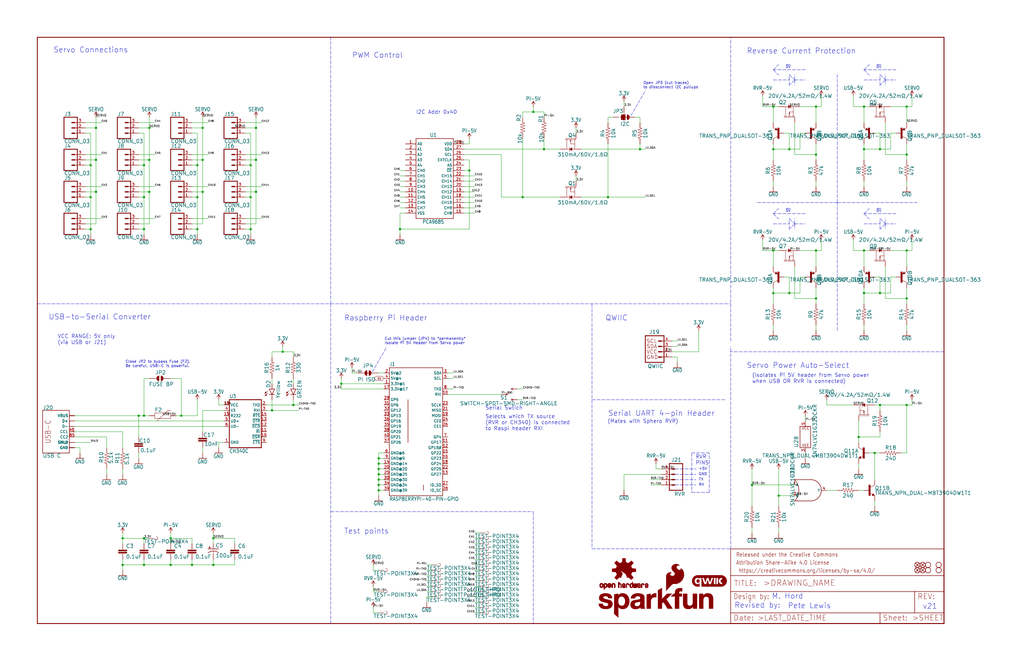
<source format=kicad_sch>
(kicad_sch (version 20211123) (generator eeschema)
  (paper "User" 487.68 317.906)
  (lib_symbols
    (symbol "eagleSchem-eagle-import:0.1UF-0603-25V-(+80{slash}-20%)"
      (property "Reference" "C" (at 1.524 2.921 0))
      (property "Value" "0.1UF-0603-25V-(+80{slash}-20%)" (at 1.524 -2.159 0))
      (symbol "0.1UF-0603-25V-(+80{slash}-20%)_1_0"
        (pin passive line (at 0 5.08 270) (length 2.54) (name "1") (number "1"))
        (pin passive line (at 0 -2.54 90) (length 2.54) (name "2") (number "2"))
      )
    )
    (symbol "eagleSchem-eagle-import:100UF-POLAR-25V-20%(ELEC)"
      (property "Reference" "C" (at 1.016 0.635 0))
      (property "Value" "100UF-POLAR-25V-20%(ELEC)" (at 1.016 -4.191 0))
      (symbol "100UF-POLAR-25V-20%(ELEC)_1_0"
        (pin passive line (at 0 2.54 270) (length 2.54) (name "+") (number "+"))
        (pin passive line (at 0 -5.08 90) (length 2.54) (name "-") (number "-"))
      )
    )
    (symbol "eagleSchem-eagle-import:10KOHM-0603-1{slash}10W-1%"
      (property "Reference" "R" (at 0 1.524 0))
      (property "Value" "10KOHM-0603-1{slash}10W-1%" (at 0 -1.524 0))
      (symbol "10KOHM-0603-1{slash}10W-1%_1_0"
        (pin passive line (at -5.08 0 0) (length 2.54) (name "1") (number "1"))
        (pin passive line (at 5.08 0 180) (length 2.54) (name "2") (number "2"))
      )
    )
    (symbol "eagleSchem-eagle-import:10NF-0603-50V-10%"
      (property "Reference" "C" (at 1.524 2.921 0))
      (property "Value" "10NF-0603-50V-10%" (at 1.524 -2.159 0))
      (symbol "10NF-0603-50V-10%_1_0"
        (pin passive line (at 0 5.08 270) (length 2.54) (name "1") (number "1"))
        (pin passive line (at 0 -2.54 90) (length 2.54) (name "2") (number "2"))
      )
    )
    (symbol "eagleSchem-eagle-import:1KOHM-0603-1{slash}10W-1%"
      (property "Reference" "R" (at 0 1.524 0))
      (property "Value" "1KOHM-0603-1{slash}10W-1%" (at 0 -1.524 0))
      (symbol "1KOHM-0603-1{slash}10W-1%_1_0"
        (pin passive line (at -5.08 0 0) (length 2.54) (name "1") (number "1"))
        (pin passive line (at 5.08 0 180) (length 2.54) (name "2") (number "2"))
      )
    )
    (symbol "eagleSchem-eagle-import:240OHM-0603-1{slash}10W-1%"
      (property "Reference" "R" (at 0 1.524 0))
      (property "Value" "240OHM-0603-1{slash}10W-1%" (at 0 -1.524 0))
      (symbol "240OHM-0603-1{slash}10W-1%_1_0"
        (pin passive line (at -5.08 0 0) (length 2.54) (name "1") (number "1"))
        (pin passive line (at 5.08 0 180) (length 2.54) (name "2") (number "2"))
      )
    )
    (symbol "eagleSchem-eagle-import:330OHM-0603-1{slash}10W-1%"
      (property "Reference" "R" (at 0 1.524 0))
      (property "Value" "330OHM-0603-1{slash}10W-1%" (at 0 -1.524 0))
      (symbol "330OHM-0603-1{slash}10W-1%_1_0"
        (pin passive line (at -5.08 0 0) (length 2.54) (name "1") (number "1"))
        (pin passive line (at 5.08 0 180) (length 2.54) (name "2") (number "2"))
      )
    )
    (symbol "eagleSchem-eagle-import:47KOHM-0603-1{slash}10W-1%"
      (property "Reference" "R" (at 0 1.524 0))
      (property "Value" "47KOHM-0603-1{slash}10W-1%" (at 0 -1.524 0))
      (symbol "47KOHM-0603-1{slash}10W-1%_1_0"
        (pin passive line (at -5.08 0 0) (length 2.54) (name "1") (number "1"))
        (pin passive line (at 5.08 0 180) (length 2.54) (name "2") (number "2"))
      )
    )
    (symbol "eagleSchem-eagle-import:5.1KOHM5.1KOHM-0603-1{slash}10W-1%"
      (property "Reference" "R" (at 0 1.524 0))
      (property "Value" "5.1KOHM5.1KOHM-0603-1{slash}10W-1%" (at 0 -1.524 0))
      (symbol "5.1KOHM5.1KOHM-0603-1{slash}10W-1%_1_0"
        (pin passive line (at -5.08 0 0) (length 2.54) (name "1") (number "1"))
        (pin passive line (at 5.08 0 180) (length 2.54) (name "2") (number "2"))
      )
    )
    (symbol "eagleSchem-eagle-import:7432"
      (property "Reference" "U" (at -3.302 -5.08 90))
      (property "Value" "7432" (at 5.08 -5.08 90))
      (symbol "7432_1_0"
        (pin bidirectional line (at -10.16 2.54 0) (length 0) (name "A") (number "1"))
        (pin bidirectional line (at -10.16 -2.54 0) (length 0) (name "B") (number "2"))
        (pin bidirectional line (at 5.08 0 180) (length 2.54) (name "Y") (number "4"))
      )
      (symbol "7432_2_0"
        (text "VCC" (at 0.127 3.429 0) (effects (font (size 1.27 1.27)) (justify bottom)))
        (text "VEE" (at 0.127 -4.699 0) (effects (font (size 1.27 1.27)) (justify bottom)))
        (pin bidirectional line (at 0 -7.62 90) (length 2.54) (name "P$V-") (number "3"))
        (pin bidirectional line (at 0 7.62 270) (length 2.54) (name "P$V+") (number "5"))
      )
    )
    (symbol "eagleSchem-eagle-import:CH340C"
      (property "Reference" "U" (at -7.62 10.795 0))
      (property "Value" "CH340C" (at -7.62 -15.24 0))
      (symbol "CH340C_1_0"
        (pin bidirectional line (at -10.16 -10.16 0) (length 2.54) (name "GND") (number "1"))
        (pin bidirectional line (at 10.16 -7.62 180) (length 2.54) (name "~{DSR}") (number "10"))
        (pin bidirectional line (at 10.16 -5.08 180) (length 2.54) (name "~{RI}") (number "11"))
        (pin bidirectional line (at 10.16 -2.54 180) (length 2.54) (name "~{DCD}") (number "12"))
        (pin bidirectional line (at 10.16 0 180) (length 2.54) (name "~{DTR}") (number "13"))
        (pin bidirectional line (at 10.16 2.54 180) (length 2.54) (name "~{RTS}") (number "14"))
        (pin bidirectional line (at -10.16 2.54 0) (length 2.54) (name "R232") (number "15"))
        (pin bidirectional line (at -10.16 7.62 0) (length 2.54) (name "VCC") (number "16"))
        (pin bidirectional line (at 10.16 7.62 180) (length 2.54) (name "TXO") (number "2"))
        (pin bidirectional line (at 10.16 5.08 180) (length 2.54) (name "RXI") (number "3"))
        (pin bidirectional line (at -10.16 5.08 0) (length 2.54) (name "V3") (number "4"))
        (pin bidirectional line (at -10.16 0 0) (length 2.54) (name "UD+") (number "5"))
        (pin bidirectional line (at -10.16 -2.54 0) (length 2.54) (name "UD-") (number "6"))
        (pin bidirectional line (at 10.16 -10.16 180) (length 2.54) (name "~{CTS}") (number "9"))
      )
    )
    (symbol "eagleSchem-eagle-import:CONN_03"
      (property "Reference" "J" (at -2.54 5.588 0))
      (property "Value" "CONN_03" (at -2.54 -7.366 0))
      (symbol "CONN_03_1_0"
        (pin passive line (at 7.62 -2.54 180) (length 5.08) (name "1") (number "1"))
        (pin passive line (at 7.62 0 180) (length 5.08) (name "2") (number "2"))
        (pin passive line (at 7.62 2.54 180) (length 5.08) (name "3") (number "3"))
      )
    )
    (symbol "eagleSchem-eagle-import:CONN_04LOCK"
      (property "Reference" "J" (at -5.08 8.128 0))
      (property "Value" "CONN_04LOCK" (at -5.08 -7.366 0))
      (symbol "CONN_04LOCK_1_0"
        (pin passive line (at 5.08 -2.54 180) (length 5.08) (name "1") (number "1"))
        (pin passive line (at 5.08 0 180) (length 5.08) (name "2") (number "2"))
        (pin passive line (at 5.08 2.54 180) (length 5.08) (name "3") (number "3"))
        (pin passive line (at 5.08 5.08 180) (length 5.08) (name "4") (number "4"))
      )
    )
    (symbol "eagleSchem-eagle-import:FIDUCIALUFIDUCIAL")
    (symbol "eagleSchem-eagle-import:FRAME-LEDGER"
      (symbol "FRAME-LEDGER_2_0"
        (text " https://creativecommons.org/licenses/by-sa/4.0/" (at 2.54 24.13 0) (effects (font (size 1.9304 1.6408)) (justify left bottom)))
        (text ">DRAWING_NAME" (at 15.494 17.78 0) (effects (font (size 2.7432 2.7432)) (justify left bottom)))
        (text ">LAST_DATE_TIME" (at 12.7 1.27 0) (effects (font (size 2.54 2.54)) (justify left bottom)))
        (text ">SHEET" (at 86.36 1.27 0) (effects (font (size 2.54 2.54)) (justify left bottom)))
        (text "Attribution Share-Alike 4.0 License" (at 2.54 27.94 0) (effects (font (size 1.9304 1.6408)) (justify left bottom)))
        (text "Date:" (at 1.27 1.27 0) (effects (font (size 2.54 2.54)) (justify left bottom)))
        (text "Design by:" (at 1.27 11.43 0) (effects (font (size 2.54 2.159)) (justify left bottom)))
        (text "Released under the Creative Commons" (at 2.54 31.75 0) (effects (font (size 1.9304 1.6408)) (justify left bottom)))
        (text "REV:" (at 88.9 11.43 0) (effects (font (size 2.54 2.54)) (justify left bottom)))
        (text "Sheet:" (at 72.39 1.27 0) (effects (font (size 2.54 2.54)) (justify left bottom)))
        (text "TITLE:" (at 1.524 17.78 0) (effects (font (size 2.54 2.54)) (justify left bottom)))
      )
    )
    (symbol "eagleSchem-eagle-import:GND" (power)
      (property "Value" "GND" (at 0 -0.254 0))
      (symbol "GND_1_0"
        (pin power_in line (at 0 2.54 270) (length 2.54) (name "GND") (number "1"))
      )
    )
    (symbol "eagleSchem-eagle-import:JUMPER-SMT_2_NC_TRACE_SILK"
      (property "Reference" "JP" (at -2.54 2.54 0))
      (property "Value" "JUMPER-SMT_2_NC_TRACE_SILK" (at -2.54 -2.54 0))
      (symbol "JUMPER-SMT_2_NC_TRACE_SILK_1_0"
        (pin passive line (at -5.08 0 0) (length 2.54) (name "1") (number "1"))
        (pin passive line (at 5.08 0 180) (length 2.54) (name "2") (number "2"))
      )
    )
    (symbol "eagleSchem-eagle-import:JUMPER-SMT_2_NO_SILK"
      (property "Reference" "JP" (at -2.54 2.54 0))
      (property "Value" "JUMPER-SMT_2_NO_SILK" (at -2.54 -2.54 0))
      (symbol "JUMPER-SMT_2_NO_SILK_1_0"
        (pin passive line (at -5.08 0 0) (length 2.54) (name "1") (number "1"))
        (pin passive line (at 5.08 0 180) (length 2.54) (name "2") (number "2"))
      )
    )
    (symbol "eagleSchem-eagle-import:JUMPER-SMT_3_2-NC_TRACE_SILK"
      (property "Reference" "JP" (at 2.54 0.381 0))
      (property "Value" "JUMPER-SMT_3_2-NC_TRACE_SILK" (at 2.54 -0.381 0))
      (symbol "JUMPER-SMT_3_2-NC_TRACE_SILK_1_0"
        (pin passive line (at 0 5.08 270) (length 2.54) (name "1") (number "1"))
        (pin passive line (at -5.08 0 0) (length 2.54) (name "2") (number "2"))
        (pin passive line (at 0 -5.08 90) (length 2.54) (name "3") (number "3"))
      )
    )
    (symbol "eagleSchem-eagle-import:LED-GREEN0603"
      (property "Reference" "D" (at -3.429 -4.572 90))
      (property "Value" "LED-GREEN0603" (at 1.905 -4.572 90))
      (symbol "LED-GREEN0603_1_0"
        (pin passive line (at 0 2.54 270) (length 2.54) (name "A") (number "A"))
        (pin passive line (at 0 -5.08 90) (length 2.54) (name "C") (number "C"))
      )
    )
    (symbol "eagleSchem-eagle-import:LED-YELLOW0603"
      (property "Reference" "D" (at -3.429 -4.572 90))
      (property "Value" "LED-YELLOW0603" (at 1.905 -4.572 90))
      (symbol "LED-YELLOW0603_1_0"
        (pin passive line (at 0 2.54 270) (length 2.54) (name "A") (number "A"))
        (pin passive line (at 0 -5.08 90) (length 2.54) (name "C") (number "C"))
      )
    )
    (symbol "eagleSchem-eagle-import:MOSFET-NCH-2N7002PW"
      (property "Reference" "Q" (at 5.08 0 0))
      (property "Value" "MOSFET-NCH-2N7002PW" (at 5.08 -2.54 0))
      (symbol "MOSFET-NCH-2N7002PW_1_0"
        (pin bidirectional line (at -5.08 -2.54 0) (length 2.54) (name "G") (number "1"))
        (pin bidirectional line (at 2.54 -5.08 90) (length 2.54) (name "S") (number "2"))
        (pin bidirectional line (at 2.54 5.08 270) (length 2.54) (name "D") (number "3"))
      )
    )
    (symbol "eagleSchem-eagle-import:MOSFET_PCH-DMG2305UX-7"
      (property "Reference" "Q" (at 5.08 0 0))
      (property "Value" "MOSFET_PCH-DMG2305UX-7" (at 5.08 -2.54 0))
      (symbol "MOSFET_PCH-DMG2305UX-7_1_0"
        (pin bidirectional line (at -5.08 -2.54 0) (length 2.54) (name "G") (number "1"))
        (pin bidirectional line (at 2.54 -5.08 90) (length 2.54) (name "S") (number "2"))
        (pin bidirectional line (at 2.54 5.08 270) (length 2.54) (name "D") (number "3"))
      )
    )
    (symbol "eagleSchem-eagle-import:OSHW-LOGOS")
    (symbol "eagleSchem-eagle-import:PCA9685"
      (property "Reference" "U" (at 0 40.64 0))
      (property "Value" "PCA9685" (at 0 38.608 0))
      (symbol "PCA9685_1_0"
        (pin bidirectional line (at -5.08 35.56 0) (length 5.08) (name "A0") (number "1"))
        (pin bidirectional line (at -5.08 12.7 0) (length 5.08) (name "CH4") (number "10"))
        (pin bidirectional line (at -5.08 10.16 0) (length 5.08) (name "CH5") (number "11"))
        (pin bidirectional line (at -5.08 7.62 0) (length 5.08) (name "CH6") (number "12"))
        (pin bidirectional line (at -5.08 5.08 0) (length 5.08) (name "CH7") (number "13"))
        (pin bidirectional line (at -5.08 2.54 0) (length 5.08) (name "VSS") (number "14"))
        (pin bidirectional line (at 22.86 2.54 180) (length 5.08) (name "CH8") (number "15"))
        (pin bidirectional line (at 22.86 5.08 180) (length 5.08) (name "CH9") (number "16"))
        (pin bidirectional line (at 22.86 7.62 180) (length 5.08) (name "CH10") (number "17"))
        (pin bidirectional line (at 22.86 10.16 180) (length 5.08) (name "CH11") (number "18"))
        (pin bidirectional line (at 22.86 12.7 180) (length 5.08) (name "CH12") (number "19"))
        (pin bidirectional line (at -5.08 33.02 0) (length 5.08) (name "A1") (number "2"))
        (pin bidirectional line (at 22.86 15.24 180) (length 5.08) (name "CH13") (number "20"))
        (pin bidirectional line (at 22.86 17.78 180) (length 5.08) (name "CH14") (number "21"))
        (pin bidirectional line (at 22.86 20.32 180) (length 5.08) (name "CH15") (number "22"))
        (pin bidirectional line (at 22.86 22.86 180) (length 5.08) (name "~{OE}") (number "23"))
        (pin bidirectional line (at 22.86 25.4 180) (length 5.08) (name "A5") (number "24"))
        (pin bidirectional line (at 22.86 27.94 180) (length 5.08) (name "EXTCLK") (number "25"))
        (pin bidirectional line (at 22.86 30.48 180) (length 5.08) (name "SCL") (number "26"))
        (pin bidirectional line (at 22.86 33.02 180) (length 5.08) (name "SDA") (number "27"))
        (pin bidirectional line (at 22.86 35.56 180) (length 5.08) (name "VDD") (number "28"))
        (pin bidirectional line (at -5.08 30.48 0) (length 5.08) (name "A2") (number "3"))
        (pin bidirectional line (at -5.08 27.94 0) (length 5.08) (name "A3") (number "4"))
        (pin bidirectional line (at -5.08 25.4 0) (length 5.08) (name "A4") (number "5"))
        (pin bidirectional line (at -5.08 22.86 0) (length 5.08) (name "CH0") (number "6"))
        (pin bidirectional line (at -5.08 20.32 0) (length 5.08) (name "CH1") (number "7"))
        (pin bidirectional line (at -5.08 17.78 0) (length 5.08) (name "CH2") (number "8"))
        (pin bidirectional line (at -5.08 15.24 0) (length 5.08) (name "CH3") (number "9"))
      )
    )
    (symbol "eagleSchem-eagle-import:PPTC_16V_2.5A"
      (property "Reference" "F" (at 1.905 3.175 0))
      (property "Value" "PPTC_16V_2.5A" (at 1.27 -2.794 0))
      (symbol "PPTC_16V_2.5A_1_0"
        (pin bidirectional line (at -5.08 0 0) (length 2.54) (name "1") (number "1"))
        (pin bidirectional line (at 7.62 0 180) (length 2.54) (name "2") (number "2"))
      )
    )
    (symbol "eagleSchem-eagle-import:QWIIC_CONNECTORJS-1MM"
      (property "Reference" "J" (at -5.08 7.874 0))
      (property "Value" "QWIIC_CONNECTORJS-1MM" (at -5.08 -5.334 0))
      (symbol "QWIIC_CONNECTORJS-1MM_1_0"
        (text "GND" (at -4.572 -2.54 0) (effects (font (size 1.778 1.778)) (justify left)))
        (text "SCL" (at -4.572 5.08 0) (effects (font (size 1.778 1.778)) (justify left)))
        (text "SDA" (at -4.572 2.54 0) (effects (font (size 1.778 1.778)) (justify left)))
        (text "VCC" (at -4.572 0 0) (effects (font (size 1.778 1.778)) (justify left)))
        (pin power_in line (at 7.62 -2.54 180) (length 5.08) (name "1") (number "1"))
        (pin power_in line (at 7.62 0 180) (length 5.08) (name "2") (number "2"))
        (pin passive line (at 7.62 2.54 180) (length 5.08) (name "3") (number "3"))
        (pin passive line (at 7.62 5.08 180) (length 5.08) (name "4") (number "4"))
      )
    )
    (symbol "eagleSchem-eagle-import:QWIIC_LOGO_5MM")
    (symbol "eagleSchem-eagle-import:RASPBERRYPI-40-PIN-GPIO_PTH_NO_SHROUD"
      (property "Reference" "J" (at -12.7 28.702 0))
      (property "Value" "RASPBERRYPI-40-PIN-GPIO_PTH_NO_SHROUD" (at -12.7 -35.56 0))
      (symbol "RASPBERRYPI-40-PIN-GPIO_PTH_NO_SHROUD_1_0"
        (pin power_in line (at -15.24 20.32 0) (length 2.54) (name "3.3V@1") (number "1"))
        (pin input line (at 15.24 15.24 180) (length 2.54) (name "RXI") (number "10"))
        (pin bidirectional line (at 15.24 -7.62 180) (length 2.54) (name "GP17") (number "11"))
        (pin bidirectional line (at 15.24 -10.16 180) (length 2.54) (name "GP18#") (number "12"))
        (pin bidirectional line (at 15.24 -22.86 180) (length 2.54) (name "GP27") (number "13"))
        (pin power_in line (at -15.24 -17.78 0) (length 2.54) (name "GND@14") (number "14"))
        (pin bidirectional line (at 15.24 -12.7 180) (length 2.54) (name "GP22") (number "15"))
        (pin bidirectional line (at 15.24 -15.24 180) (length 2.54) (name "GP23") (number "16"))
        (pin power_in line (at -15.24 17.78 0) (length 2.54) (name "3.3V@17") (number "17"))
        (pin bidirectional line (at 15.24 -17.78 180) (length 2.54) (name "GP24") (number "18"))
        (pin output line (at 15.24 5.08 180) (length 2.54) (name "MOSI") (number "19"))
        (pin power_in line (at -15.24 25.4 0) (length 2.54) (name "5V@2") (number "2"))
        (pin power_in line (at -15.24 -20.32 0) (length 2.54) (name "GND@20") (number "20"))
        (pin input line (at 15.24 7.62 180) (length 2.54) (name "MISO") (number "21"))
        (pin bidirectional line (at 15.24 -20.32 180) (length 2.54) (name "GP25") (number "22"))
        (pin output line (at 15.24 10.16 180) (length 2.54) (name "SCLK") (number "23"))
        (pin output line (at 15.24 2.54 180) (length 2.54) (name "CE0") (number "24"))
        (pin power_in line (at -15.24 -22.86 0) (length 2.54) (name "GND@25") (number "25"))
        (pin output line (at 15.24 0 180) (length 2.54) (name "CE1") (number "26"))
        (pin bidirectional line (at 15.24 -27.94 180) (length 2.54) (name "ID_SD") (number "27"))
        (pin bidirectional line (at 15.24 -30.48 180) (length 2.54) (name "ID_SC") (number "28"))
        (pin bidirectional line (at -15.24 12.7 0) (length 2.54) (name "GP5") (number "29"))
        (pin bidirectional line (at 15.24 25.4 180) (length 2.54) (name "SDA") (number "3"))
        (pin power_in line (at -15.24 -25.4 0) (length 2.54) (name "GND@30") (number "30"))
        (pin bidirectional line (at -15.24 10.16 0) (length 2.54) (name "GP6") (number "31"))
        (pin bidirectional line (at -15.24 7.62 0) (length 2.54) (name "GP12") (number "32"))
        (pin bidirectional line (at -15.24 5.08 0) (length 2.54) (name "GP13") (number "33"))
        (pin power_in line (at -15.24 -27.94 0) (length 2.54) (name "GND@34") (number "34"))
        (pin bidirectional line (at -15.24 0 0) (length 2.54) (name "GP19") (number "35"))
        (pin bidirectional line (at -15.24 2.54 0) (length 2.54) (name "GP16") (number "36"))
        (pin bidirectional line (at -15.24 -7.62 0) (length 2.54) (name "GP26") (number "37"))
        (pin bidirectional line (at -15.24 -2.54 0) (length 2.54) (name "GP20") (number "38"))
        (pin power_in line (at -15.24 -30.48 0) (length 2.54) (name "GND@39") (number "39"))
        (pin power_in line (at -15.24 22.86 0) (length 2.54) (name "5V@4") (number "4"))
        (pin bidirectional line (at -15.24 -5.08 0) (length 2.54) (name "GP21") (number "40"))
        (pin bidirectional line (at 15.24 22.86 180) (length 2.54) (name "SCL") (number "5"))
        (pin power_in line (at -15.24 -12.7 0) (length 2.54) (name "GND@6") (number "6"))
        (pin bidirectional line (at 15.24 -5.08 180) (length 2.54) (name "GP4") (number "7"))
        (pin output line (at 15.24 17.78 180) (length 2.54) (name "TXO") (number "8"))
        (pin power_in line (at -15.24 -15.24 0) (length 2.54) (name "GND@9") (number "9"))
      )
    )
    (symbol "eagleSchem-eagle-import:SFE_LOGO_NAME_FLAME.1_INCH")
    (symbol "eagleSchem-eagle-import:STAND-OFF")
    (symbol "eagleSchem-eagle-import:SWITCH-SPDT-SMD-RIGHT-ANGLE"
      (property "Reference" "S" (at 1.27 3.048 0))
      (property "Value" "SWITCH-SPDT-SMD-RIGHT-ANGLE" (at 1.016 -3.302 0))
      (symbol "SWITCH-SPDT-SMD-RIGHT-ANGLE_1_0"
        (pin passive line (at 5.08 2.54 180) (length 2.54) (name "O") (number "1"))
        (pin passive line (at -2.54 0 0) (length 2.54) (name "P") (number "2"))
        (pin passive line (at 5.08 -2.54 180) (length 2.54) (name "S") (number "3"))
      )
    )
    (symbol "eagleSchem-eagle-import:TEST-POINT3X4"
      (property "Reference" "TP" (at -2.54 2.54 0))
      (property "Value" "TEST-POINT3X4" (at -2.54 -2.54 0))
      (symbol "TEST-POINT3X4_1_0"
        (pin bidirectional line (at 0 0 180) (length 0) (name "1") (number "P$1"))
      )
    )
    (symbol "eagleSchem-eagle-import:TEST-POINTTP_15TH_THRU"
      (property "Reference" "TP" (at -2.54 2.54 0))
      (property "Value" "TEST-POINTTP_15TH_THRU" (at -2.54 -2.54 0))
      (symbol "TEST-POINTTP_15TH_THRU_1_0"
        (pin bidirectional line (at 0 0 180) (length 0) (name "1") (number "P$1"))
      )
    )
    (symbol "eagleSchem-eagle-import:TRANS_NPN_DUAL-MBT3904DW1T1"
      (property "Reference" "Q" (at 2.54 0 0))
      (property "Value" "TRANS_NPN_DUAL-MBT3904DW1T1" (at 2.54 -2.286 0))
      (symbol "TRANS_NPN_DUAL-MBT3904DW1T1_1_0"
        (pin passive line (at 2.54 5.08 270) (length 2.54) (name "C") (number "3"))
        (pin passive line (at 2.54 -5.08 90) (length 2.54) (name "E") (number "4"))
        (pin passive line (at -2.54 0 0) (length 2.54) (name "B") (number "5"))
      )
      (symbol "TRANS_NPN_DUAL-MBT3904DW1T1_2_0"
        (pin passive line (at 2.54 -5.08 90) (length 2.54) (name "E") (number "1"))
        (pin passive line (at -2.54 0 0) (length 2.54) (name "B") (number "2"))
        (pin passive line (at 2.54 5.08 270) (length 2.54) (name "C") (number "6"))
      )
    )
    (symbol "eagleSchem-eagle-import:TRANS_PNP_DUALSOT-363"
      (property "Reference" "Q" (at 2.54 0 0))
      (property "Value" "TRANS_PNP_DUALSOT-363" (at 2.54 -0.254 0))
      (symbol "TRANS_PNP_DUALSOT-363_1_0"
        (pin passive line (at 2.54 5.08 270) (length 2.54) (name "E") (number "1"))
        (pin passive line (at -2.54 0 0) (length 2.54) (name "B") (number "2"))
        (pin passive line (at 2.54 -5.08 90) (length 2.54) (name "C") (number "6"))
      )
      (symbol "TRANS_PNP_DUALSOT-363_2_0"
        (pin passive line (at 2.54 -5.08 90) (length 2.54) (name "C") (number "3"))
        (pin passive line (at 2.54 5.08 270) (length 2.54) (name "E") (number "4"))
        (pin passive line (at -2.54 0 0) (length 2.54) (name "B") (number "5"))
      )
    )
    (symbol "eagleSchem-eagle-import:USB_C16PIN"
      (property "Reference" "J" (at -2.54 10.414 0))
      (property "Value" "USB_C16PIN" (at -2.54 -12.446 0))
      (symbol "USB_C16PIN_1_0"
        (text "USB-C" (at 0 0 900) (effects (font (size 2.54 2.159))))
        (pin bidirectional line (at 12.7 0 180) (length 2.54) (name "CC1") (number "A5"))
        (pin bidirectional line (at 12.7 5.08 180) (length 2.54) (name "D+") (number "A6"))
        (pin bidirectional line (at 12.7 2.54 180) (length 2.54) (name "D-") (number "A7"))
        (pin bidirectional line (at 12.7 -2.54 180) (length 2.54) (name "CC2") (number "B5"))
        (pin bidirectional line (at 12.7 5.08 180) (length 2.54) (name "D+") (number "B6"))
        (pin bidirectional line (at 12.7 2.54 180) (length 2.54) (name "D-") (number "B7"))
        (pin bidirectional line (at 12.7 -7.62 180) (length 2.54) (name "GND") (number "GND"))
        (pin bidirectional line (at 12.7 -7.62 180) (length 2.54) (name "GND") (number "GND2"))
        (pin bidirectional line (at 12.7 -5.08 180) (length 2.54) (name "SHLD") (number "SHLD1"))
        (pin bidirectional line (at 12.7 -5.08 180) (length 2.54) (name "SHLD") (number "SHLD2"))
        (pin bidirectional line (at 12.7 -5.08 180) (length 2.54) (name "SHLD") (number "SHLD3"))
        (pin bidirectional line (at 12.7 -5.08 180) (length 2.54) (name "SHLD") (number "SHLD4"))
        (pin bidirectional line (at 12.7 -5.08 180) (length 2.54) (name "SHLD") (number "SHLD5"))
        (pin bidirectional line (at 12.7 -5.08 180) (length 2.54) (name "SHLD") (number "SHLD6"))
        (pin bidirectional line (at 12.7 -5.08 180) (length 2.54) (name "SHLD") (number "SHLD7"))
        (pin bidirectional line (at 12.7 -5.08 180) (length 2.54) (name "SHLD") (number "SHLD8"))
        (pin bidirectional line (at 12.7 7.62 180) (length 2.54) (name "VBUS") (number "VBUS1"))
        (pin bidirectional line (at 12.7 7.62 180) (length 2.54) (name "VBUS") (number "VBUS2"))
      )
    )
    (symbol "eagleSchem-eagle-import:VIN" (power)
      (property "Value" "VIN" (at 0 2.794 0))
      (symbol "VIN_1_0"
        (pin power_in line (at 0 0 90) (length 2.54) (name "VIN") (number "1"))
      )
    )
  )
  (junction (at 370.84 236.22))
  (junction (at 358.14 231.14))
  (junction (at 419.1 139.7))
  (junction (at 96.52 91.44))
  (junction (at 96.52 60.96))
  (junction (at 431.8 50.8))
  (junction (at 68.58 93.98))
  (junction (at 180.34 218.44))
  (junction (at 134.62 167.64))
  (junction (at 86.36 198.12))
  (junction (at 68.58 109.22))
  (junction (at 129.54 195.58))
  (junction (at 121.92 76.2))
  (junction (at 81.28 256.54))
  (junction (at 416.56 215.9))
  (junction (at 289.56 93.98))
  (junction (at 45.72 91.44))
  (junction (at 248.92 93.98))
  (junction (at 71.12 76.2))
  (junction (at 101.6 256.54))
  (junction (at 71.12 91.44))
  (junction (at 66.04 198.12))
  (junction (at 43.18 78.74))
  (junction (at 304.8 71.12))
  (junction (at 368.3 71.12))
  (junction (at 411.48 71.12))
  (junction (at 368.3 139.7))
  (junction (at 375.92 71.12))
  (junction (at 411.48 50.8))
  (junction (at 119.38 78.74))
  (junction (at 388.62 119.38))
  (junction (at 254 53.34))
  (junction (at 119.38 93.98))
  (junction (at 43.18 93.98))
  (junction (at 68.58 269.24))
  (junction (at 388.62 50.8))
  (junction (at 368.3 119.38))
  (junction (at 180.34 223.52))
  (junction (at 58.42 269.24))
  (junction (at 45.72 60.96))
  (junction (at 419.1 71.12))
  (junction (at 431.8 142.24))
  (junction (at 68.58 198.12))
  (junction (at 368.3 50.8))
  (junction (at 388.62 73.66))
  (junction (at 375.92 139.7))
  (junction (at 431.8 193.04))
  (junction (at 68.58 256.54))
  (junction (at 71.12 60.96))
  (junction (at 431.8 119.38))
  (junction (at 45.72 76.2))
  (junction (at 58.42 256.54))
  (junction (at 223.52 81.28))
  (junction (at 121.92 60.96))
  (junction (at 388.62 142.24))
  (junction (at 91.44 269.24))
  (junction (at 408.94 208.28))
  (junction (at 93.98 93.98))
  (junction (at 119.38 109.22))
  (junction (at 180.34 231.14))
  (junction (at 180.34 226.06))
  (junction (at 139.7 193.04))
  (junction (at 93.98 78.74))
  (junction (at 121.92 91.44))
  (junction (at 68.58 78.74))
  (junction (at 411.48 139.7))
  (junction (at 259.08 71.12))
  (junction (at 411.48 119.38))
  (junction (at 81.28 269.24))
  (junction (at 162.56 182.88))
  (junction (at 419.1 193.04))
  (junction (at 93.98 109.22))
  (junction (at 180.34 233.68))
  (junction (at 431.8 73.66))
  (junction (at 101.6 269.24))
  (junction (at 43.18 109.22))
  (junction (at 96.52 76.2))
  (junction (at 180.34 220.98))
  (junction (at 190.5 109.22))
  (junction (at 180.34 228.6))
  (wire (pts (xy 434.34 193.04) (xy 431.8 193.04)))
  (wire (pts (xy 68.58 266.7) (xy 68.58 269.24)))
  (wire (pts (xy 383.54 200.66) (xy 383.54 198.12)))
  (polyline (pts (xy 368.3 33.274) (xy 370.84 35.814)))
  (wire (pts (xy 58.42 205.74) (xy 58.42 213.36)))
  (wire (pts (xy 68.58 109.22) (xy 68.58 93.98)))
  (wire (pts (xy 274.32 86.36) (xy 274.32 83.82)))
  (wire (pts (xy 378.46 142.24) (xy 388.62 142.24)))
  (wire (pts (xy 431.8 50.8) (xy 424.18 50.8)))
  (wire (pts (xy 139.7 167.64) (xy 134.62 167.64)))
  (wire (pts (xy 101.6 254) (xy 101.6 256.54)))
  (wire (pts (xy 68.58 63.5) (xy 68.58 78.74)))
  (wire (pts (xy 180.34 226.06) (xy 180.34 223.52)))
  (wire (pts (xy 68.58 180.34) (xy 68.58 198.12)))
  (wire (pts (xy 223.52 109.22) (xy 190.5 109.22)))
  (wire (pts (xy 429.26 215.9) (xy 431.8 215.9)))
  (wire (pts (xy 182.88 218.44) (xy 180.34 218.44)))
  (wire (pts (xy 220.98 76.2) (xy 223.52 76.2)))
  (polyline (pts (xy 378.46 38.1) (xy 383.54 38.1)))
  (wire (pts (xy 96.52 91.44) (xy 96.52 106.68)))
  (wire (pts (xy 320.04 165.1) (xy 322.58 165.1)))
  (wire (pts (xy 248.92 66.04) (xy 248.92 93.98)))
  (wire (pts (xy 86.36 198.12) (xy 93.98 198.12)))
  (wire (pts (xy 383.54 63.5) (xy 381 63.5)))
  (wire (pts (xy 314.96 231.14) (xy 309.88 231.14)))
  (wire (pts (xy 81.28 269.24) (xy 91.44 269.24)))
  (wire (pts (xy 119.38 93.98) (xy 119.38 109.22)))
  (wire (pts (xy 35.56 213.36) (xy 38.1 213.36)))
  (wire (pts (xy 431.8 50.8) (xy 434.34 50.8)))
  (wire (pts (xy 292.1 55.88) (xy 289.56 55.88)))
  (wire (pts (xy 96.52 106.68) (xy 91.44 106.68)))
  (wire (pts (xy 116.84 78.74) (xy 119.38 78.74)))
  (wire (pts (xy 368.3 144.78) (xy 368.3 139.7)))
  (wire (pts (xy 205.74 281.94) (xy 203.2 281.94)))
  (wire (pts (xy 119.38 63.5) (xy 119.38 78.74)))
  (polyline (pts (xy 426.72 101.854) (xy 411.48 101.854)))
  (wire (pts (xy 68.58 93.98) (xy 66.04 93.98)))
  (wire (pts (xy 96.52 55.88) (xy 96.52 60.96)))
  (wire (pts (xy 111.76 256.54) (xy 111.76 259.08)))
  (wire (pts (xy 116.84 60.96) (xy 121.92 60.96)))
  (wire (pts (xy 408.94 208.28) (xy 408.94 200.66)))
  (polyline (pts (xy 421.64 106.68) (xy 421.64 109.22)))
  (wire (pts (xy 81.28 180.34) (xy 86.36 180.34)))
  (wire (pts (xy 220.98 88.9) (xy 226.06 88.9)))
  (wire (pts (xy 71.12 60.96) (xy 71.12 55.88)))
  (polyline (pts (xy 421.64 38.1) (xy 426.72 38.1)))
  (wire (pts (xy 121.92 91.44) (xy 121.92 76.2)))
  (wire (pts (xy 139.7 193.04) (xy 142.24 193.04)))
  (wire (pts (xy 139.7 190.5) (xy 139.7 193.04)))
  (wire (pts (xy 373.38 132.08) (xy 375.92 132.08)))
  (wire (pts (xy 180.34 215.9) (xy 182.88 215.9)))
  (wire (pts (xy 411.48 86.36) (xy 411.48 88.9)))
  (wire (pts (xy 289.56 93.98) (xy 307.34 93.98)))
  (wire (pts (xy 408.94 233.68) (xy 411.48 233.68)))
  (polyline (pts (xy 347.98 167.64) (xy 347.98 165.1)))
  (wire (pts (xy 96.52 91.44) (xy 91.44 91.44)))
  (wire (pts (xy 388.62 137.16) (xy 388.62 142.24)))
  (wire (pts (xy 91.44 266.7) (xy 91.44 269.24)))
  (wire (pts (xy 304.8 71.12) (xy 304.8 68.58)))
  (wire (pts (xy 304.8 71.12) (xy 307.34 71.12)))
  (wire (pts (xy 116.84 93.98) (xy 119.38 93.98)))
  (wire (pts (xy 383.54 132.08) (xy 381 132.08)))
  (polyline (pts (xy 157.48 243.84) (xy 254 243.84)))
  (wire (pts (xy 111.76 269.24) (xy 111.76 266.7)))
  (polyline (pts (xy 375.92 106.68) (xy 375.92 104.14)))
  (wire (pts (xy 134.62 167.64) (xy 129.54 167.64)))
  (wire (pts (xy 375.92 71.12) (xy 368.3 71.12)))
  (wire (pts (xy 381 119.38) (xy 388.62 119.38)))
  (wire (pts (xy 40.64 78.74) (xy 43.18 78.74)))
  (wire (pts (xy 228.6 284.48) (xy 226.06 284.48)))
  (wire (pts (xy 182.88 231.14) (xy 180.34 231.14)))
  (polyline (pts (xy 157.48 144.78) (xy 157.48 17.78)))
  (polyline (pts (xy 398.78 96.52) (xy 398.78 35.56)))
  (wire (pts (xy 91.44 104.14) (xy 99.06 104.14)))
  (wire (pts (xy 320.04 162.56) (xy 322.58 162.56)))
  (wire (pts (xy 431.8 58.42) (xy 431.8 50.8)))
  (wire (pts (xy 190.5 101.6) (xy 193.04 101.6)))
  (wire (pts (xy 116.84 109.22) (xy 119.38 109.22)))
  (wire (pts (xy 375.92 63.5) (xy 375.92 71.12)))
  (wire (pts (xy 223.52 76.2) (xy 223.52 81.28)))
  (wire (pts (xy 40.64 58.42) (xy 48.26 58.42)))
  (wire (pts (xy 388.62 68.58) (xy 388.62 73.66)))
  (polyline (pts (xy 398.78 157.48) (xy 398.78 96.52)))
  (wire (pts (xy 378.46 73.66) (xy 388.62 73.66)))
  (wire (pts (xy 116.84 106.68) (xy 121.92 106.68)))
  (wire (pts (xy 304.8 58.42) (xy 304.8 55.88)))
  (polyline (pts (xy 411.48 106.68) (xy 419.1 106.68)))
  (polyline (pts (xy 368.3 33.274) (xy 370.84 30.734)))
  (wire (pts (xy 139.7 170.18) (xy 139.7 167.64)))
  (wire (pts (xy 66.04 76.2) (xy 71.12 76.2)))
  (wire (pts (xy 419.1 205.74) (xy 419.1 208.28)))
  (wire (pts (xy 419.1 63.5) (xy 419.1 71.12)))
  (wire (pts (xy 71.12 198.12) (xy 68.58 198.12)))
  (wire (pts (xy 431.8 144.78) (xy 431.8 142.24)))
  (wire (pts (xy 129.54 180.34) (xy 129.54 182.88)))
  (wire (pts (xy 106.68 195.58) (xy 96.52 195.58)))
  (wire (pts (xy 421.64 73.66) (xy 431.8 73.66)))
  (wire (pts (xy 180.34 218.44) (xy 180.34 215.9)))
  (wire (pts (xy 238.76 93.98) (xy 238.76 73.66)))
  (wire (pts (xy 203.2 284.48) (xy 203.2 287.02)))
  (wire (pts (xy 50.8 226.06) (xy 50.8 223.52)))
  (wire (pts (xy 431.8 193.04) (xy 419.1 193.04)))
  (wire (pts (xy 68.58 109.22) (xy 68.58 111.76)))
  (wire (pts (xy 43.18 63.5) (xy 43.18 78.74)))
  (wire (pts (xy 322.58 172.72) (xy 322.58 170.18)))
  (wire (pts (xy 66.04 78.74) (xy 68.58 78.74)))
  (wire (pts (xy 193.04 86.36) (xy 190.5 86.36)))
  (wire (pts (xy 408.94 220.98) (xy 408.94 223.52)))
  (wire (pts (xy 116.84 63.5) (xy 119.38 63.5)))
  (wire (pts (xy 91.44 78.74) (xy 93.98 78.74)))
  (wire (pts (xy 411.48 71.12) (xy 411.48 68.58)))
  (wire (pts (xy 40.64 104.14) (xy 48.26 104.14)))
  (polyline (pts (xy 281.94 144.78) (xy 281.94 261.62)))
  (wire (pts (xy 66.04 208.28) (xy 66.04 198.12)))
  (polyline (pts (xy 375.92 35.56) (xy 378.46 38.1)))
  (wire (pts (xy 248.92 93.98) (xy 238.76 93.98)))
  (wire (pts (xy 58.42 269.24) (xy 58.42 266.7)))
  (wire (pts (xy 45.72 76.2) (xy 40.64 76.2)))
  (wire (pts (xy 228.6 259.08) (xy 226.06 259.08)))
  (wire (pts (xy 96.52 60.96) (xy 91.44 60.96)))
  (wire (pts (xy 91.44 256.54) (xy 91.44 259.08)))
  (wire (pts (xy 66.04 198.12) (xy 68.58 198.12)))
  (wire (pts (xy 431.8 76.2) (xy 431.8 73.66)))
  (wire (pts (xy 254 53.34) (xy 248.92 53.34)))
  (wire (pts (xy 228.6 274.32) (xy 226.06 274.32)))
  (wire (pts (xy 259.08 71.12) (xy 259.08 66.04)))
  (wire (pts (xy 220.98 96.52) (xy 226.06 96.52)))
  (wire (pts (xy 205.74 269.24) (xy 203.2 269.24)))
  (wire (pts (xy 411.48 119.38) (xy 406.4 119.38)))
  (wire (pts (xy 162.56 185.42) (xy 182.88 185.42)))
  (wire (pts (xy 91.44 63.5) (xy 93.98 63.5)))
  (wire (pts (xy 101.6 256.54) (xy 101.6 259.08)))
  (wire (pts (xy 274.32 63.5) (xy 274.32 60.96)))
  (polyline (pts (xy 321.564 228.6) (xy 331.47 228.6)))
  (wire (pts (xy 50.8 208.28) (xy 50.8 213.36)))
  (wire (pts (xy 86.36 198.12) (xy 86.36 180.34)))
  (polyline (pts (xy 329.438 234.696) (xy 337.82 234.696)))
  (wire (pts (xy 91.44 73.66) (xy 99.06 73.66)))
  (polyline (pts (xy 157.48 144.78) (xy 347.98 144.78)))
  (wire (pts (xy 38.1 213.36) (xy 38.1 215.9)))
  (wire (pts (xy 248.92 53.34) (xy 248.92 55.88)))
  (wire (pts (xy 83.82 198.12) (xy 86.36 198.12)))
  (polyline (pts (xy 378.46 106.68) (xy 375.92 109.22)))
  (wire (pts (xy 431.8 86.36) (xy 431.8 88.9)))
  (wire (pts (xy 266.7 71.12) (xy 259.08 71.12)))
  (wire (pts (xy 414.02 50.8) (xy 411.48 50.8)))
  (polyline (pts (xy 378.46 106.68) (xy 383.54 106.68)))
  (polyline (pts (xy 419.1 109.22) (xy 419.1 106.68)))
  (wire (pts (xy 388.62 144.78) (xy 388.62 142.24)))
  (wire (pts (xy 170.18 177.8) (xy 167.64 177.8)))
  (wire (pts (xy 213.36 185.42) (xy 215.9 185.42)))
  (wire (pts (xy 416.56 193.04) (xy 419.1 193.04)))
  (wire (pts (xy 332.74 167.64) (xy 332.74 157.48)))
  (wire (pts (xy 276.86 71.12) (xy 304.8 71.12)))
  (wire (pts (xy 228.6 292.1) (xy 226.06 292.1)))
  (wire (pts (xy 121.92 76.2) (xy 121.92 60.96)))
  (wire (pts (xy 228.6 261.62) (xy 226.06 261.62)))
  (wire (pts (xy 45.72 60.96) (xy 45.72 76.2)))
  (wire (pts (xy 66.04 73.66) (xy 73.66 73.66)))
  (wire (pts (xy 414.02 119.38) (xy 411.48 119.38)))
  (wire (pts (xy 129.54 190.5) (xy 129.54 195.58)))
  (wire (pts (xy 45.72 55.88) (xy 45.72 60.96)))
  (wire (pts (xy 116.84 88.9) (xy 124.46 88.9)))
  (wire (pts (xy 411.48 58.42) (xy 411.48 50.8)))
  (polyline (pts (xy 378.46 106.68) (xy 378.46 104.14)))
  (polyline (pts (xy 419.1 35.56) (xy 421.64 38.1)))
  (wire (pts (xy 276.86 93.98) (xy 289.56 93.98)))
  (polyline (pts (xy 421.64 106.68) (xy 426.72 106.68)))
  (wire (pts (xy 248.92 93.98) (xy 266.7 93.98)))
  (polyline (pts (xy 347.98 162.56) (xy 347.98 17.78)))
  (wire (pts (xy 180.34 231.14) (xy 180.34 228.6)))
  (wire (pts (xy 228.6 279.4) (xy 226.06 279.4)))
  (wire (pts (xy 182.88 223.52) (xy 180.34 223.52)))
  (wire (pts (xy 58.42 269.24) (xy 68.58 269.24)))
  (polyline (pts (xy 419.1 38.1) (xy 419.1 35.56)))
  (wire (pts (xy 93.98 198.12) (xy 93.98 190.5)))
  (wire (pts (xy 434.34 50.8) (xy 434.34 45.72)))
  (wire (pts (xy 104.14 193.04) (xy 104.14 190.5)))
  (wire (pts (xy 66.04 106.68) (xy 71.12 106.68)))
  (wire (pts (xy 368.3 139.7) (xy 368.3 137.16)))
  (wire (pts (xy 220.98 93.98) (xy 226.06 93.98)))
  (wire (pts (xy 180.34 236.22) (xy 180.34 233.68)))
  (wire (pts (xy 228.6 289.56) (xy 226.06 289.56)))
  (wire (pts (xy 180.34 228.6) (xy 180.34 226.06)))
  (wire (pts (xy 193.04 83.82) (xy 190.5 83.82)))
  (wire (pts (xy 419.1 71.12) (xy 411.48 71.12)))
  (polyline (pts (xy 337.82 234.696) (xy 337.82 215.9)))
  (polyline (pts (xy 421.64 38.1) (xy 421.64 40.64)))
  (wire (pts (xy 259.08 53.34) (xy 254 53.34)))
  (wire (pts (xy 419.1 215.9) (xy 416.56 215.9)))
  (wire (pts (xy 139.7 180.34) (xy 139.7 182.88)))
  (wire (pts (xy 431.8 215.9) (xy 431.8 193.04)))
  (wire (pts (xy 368.3 127) (xy 368.3 119.38)))
  (polyline (pts (xy 375.92 104.14) (xy 378.46 106.68)))
  (polyline (pts (xy 368.3 106.68) (xy 375.92 106.68)))
  (wire (pts (xy 91.44 93.98) (xy 93.98 93.98)))
  (wire (pts (xy 378.46 58.42) (xy 378.46 73.66)))
  (wire (pts (xy 205.74 276.86) (xy 203.2 276.86)))
  (wire (pts (xy 320.04 167.64) (xy 332.74 167.64)))
  (wire (pts (xy 424.18 132.08) (xy 424.18 139.7)))
  (wire (pts (xy 411.48 76.2) (xy 411.48 71.12)))
  (wire (pts (xy 71.12 256.54) (xy 68.58 256.54)))
  (wire (pts (xy 297.18 226.06) (xy 297.18 233.68)))
  (wire (pts (xy 45.72 91.44) (xy 45.72 106.68)))
  (wire (pts (xy 434.34 193.04) (xy 434.34 190.5)))
  (wire (pts (xy 35.56 208.28) (xy 50.8 208.28)))
  (wire (pts (xy 223.52 81.28) (xy 220.98 81.28)))
  (wire (pts (xy 193.04 99.06) (xy 190.5 99.06)))
  (polyline (pts (xy 421.64 38.1) (xy 419.1 40.64)))
  (wire (pts (xy 424.18 71.12) (xy 419.1 71.12)))
  (wire (pts (xy 220.98 101.6) (xy 226.06 101.6)))
  (polyline (pts (xy 383.54 33.274) (xy 368.3 33.274)))
  (wire (pts (xy 66.04 88.9) (xy 73.66 88.9)))
  (wire (pts (xy 220.98 71.12) (xy 259.08 71.12)))
  (wire (pts (xy 228.6 256.54) (xy 226.06 256.54)))
  (wire (pts (xy 190.5 109.22) (xy 190.5 101.6)))
  (wire (pts (xy 180.34 220.98) (xy 180.34 218.44)))
  (wire (pts (xy 96.52 215.9) (xy 96.52 213.36)))
  (wire (pts (xy 416.56 215.9) (xy 414.02 215.9)))
  (wire (pts (xy 116.84 91.44) (xy 121.92 91.44)))
  (wire (pts (xy 314.96 226.06) (xy 297.18 226.06)))
  (wire (pts (xy 368.3 86.36) (xy 368.3 88.9)))
  (wire (pts (xy 393.7 193.04) (xy 393.7 190.5)))
  (polyline (pts (xy 419.1 106.68) (xy 419.1 104.14)))
  (polyline (pts (xy 360.68 96.52) (xy 398.78 96.52)))
  (wire (pts (xy 391.16 119.38) (xy 391.16 114.3)))
  (wire (pts (xy 378.46 231.14) (xy 358.14 231.14)))
  (wire (pts (xy 193.04 93.98) (xy 190.5 93.98)))
  (wire (pts (xy 45.72 60.96) (xy 40.64 60.96)))
  (wire (pts (xy 101.6 269.24) (xy 101.6 266.7)))
  (polyline (pts (xy 411.48 101.854) (xy 414.02 104.394)))
  (wire (pts (xy 408.94 210.82) (xy 408.94 208.28)))
  (wire (pts (xy 368.3 58.42) (xy 368.3 50.8)))
  (wire (pts (xy 378.46 127) (xy 378.46 142.24)))
  (wire (pts (xy 93.98 93.98) (xy 93.98 109.22)))
  (wire (pts (xy 406.4 50.8) (xy 406.4 45.72)))
  (wire (pts (xy 434.34 119.38) (xy 434.34 114.3)))
  (wire (pts (xy 289.56 55.88) (xy 289.56 58.42)))
  (wire (pts (xy 129.54 195.58) (xy 142.24 195.58)))
  (wire (pts (xy 162.56 185.42) (xy 162.56 182.88)))
  (polyline (pts (xy 368.3 101.854) (xy 370.84 99.314)))
  (wire (pts (xy 66.04 218.44) (xy 66.04 215.9)))
  (wire (pts (xy 368.3 154.94) (xy 368.3 157.48)))
  (wire (pts (xy 205.74 271.78) (xy 203.2 271.78)))
  (wire (pts (xy 419.1 208.28) (xy 408.94 208.28)))
  (wire (pts (xy 246.38 185.42) (xy 248.92 185.42)))
  (wire (pts (xy 431.8 119.38) (xy 434.34 119.38)))
  (wire (pts (xy 220.98 68.58) (xy 223.52 68.58)))
  (wire (pts (xy 358.14 254) (xy 358.14 251.46)))
  (polyline (pts (xy 398.78 96.52) (xy 436.88 96.52)))
  (wire (pts (xy 190.5 109.22) (xy 190.5 111.76)))
  (wire (pts (xy 101.6 256.54) (xy 111.76 256.54)))
  (polyline (pts (xy 177.292 177.292) (xy 184.15 165.354)))
  (polyline (pts (xy 300.482 55.118) (xy 307.34 43.18)))
  (polyline (pts (xy 421.64 106.68) (xy 419.1 109.22)))
  (wire (pts (xy 228.6 281.94) (xy 226.06 281.94)))
  (wire (pts (xy 182.88 226.06) (xy 180.34 226.06)))
  (wire (pts (xy 416.56 63.5) (xy 419.1 63.5)))
  (polyline (pts (xy 254 243.84) (xy 254 297.18)))
  (wire (pts (xy 58.42 226.06) (xy 58.42 223.52)))
  (wire (pts (xy 58.42 271.78) (xy 58.42 269.24)))
  (wire (pts (xy 421.64 58.42) (xy 421.64 73.66)))
  (polyline (pts (xy 321.564 231.14) (xy 331.47 231.14)))
  (wire (pts (xy 424.18 139.7) (xy 419.1 139.7)))
  (polyline (pts (xy 426.72 33.274) (xy 411.48 33.274)))
  (wire (pts (xy 81.28 259.08) (xy 81.28 256.54)))
  (wire (pts (xy 129.54 167.64) (xy 129.54 170.18)))
  (wire (pts (xy 363.22 119.38) (xy 363.22 114.3)))
  (polyline (pts (xy 421.64 106.68) (xy 421.64 104.14)))
  (wire (pts (xy 406.4 119.38) (xy 406.4 114.3)))
  (wire (pts (xy 40.64 88.9) (xy 48.26 88.9)))
  (wire (pts (xy 406.4 193.04) (xy 393.7 193.04)))
  (wire (pts (xy 426.72 132.08) (xy 424.18 132.08)))
  (wire (pts (xy 388.62 119.38) (xy 388.62 127)))
  (wire (pts (xy 421.64 127) (xy 421.64 142.24)))
  (wire (pts (xy 40.64 63.5) (xy 43.18 63.5)))
  (wire (pts (xy 40.64 73.66) (xy 48.26 73.66)))
  (wire (pts (xy 388.62 86.36) (xy 388.62 88.9)))
  (wire (pts (xy 91.44 88.9) (xy 99.06 88.9)))
  (polyline (pts (xy 419.1 104.14) (xy 421.64 106.68)))
  (wire (pts (xy 388.62 119.38) (xy 391.16 119.38)))
  (wire (pts (xy 101.6 269.24) (xy 111.76 269.24)))
  (wire (pts (xy 424.18 119.38) (xy 431.8 119.38)))
  (wire (pts (xy 91.44 269.24) (xy 101.6 269.24)))
  (wire (pts (xy 35.56 205.74) (xy 58.42 205.74)))
  (wire (pts (xy 322.58 170.18) (xy 320.04 170.18)))
  (wire (pts (xy 66.04 60.96) (xy 71.12 60.96)))
  (polyline (pts (xy 375.92 40.64) (xy 375.92 38.1)))
  (wire (pts (xy 81.28 254) (xy 81.28 256.54)))
  (wire (pts (xy 68.58 78.74) (xy 68.58 93.98)))
  (wire (pts (xy 193.04 91.44) (xy 190.5 91.44)))
  (polyline (pts (xy 419.1 40.64) (xy 419.1 38.1)))
  (wire (pts (xy 254 53.34) (xy 254 50.8)))
  (wire (pts (xy 35.56 198.12) (xy 66.04 198.12)))
  (wire (pts (xy 314.96 223.52) (xy 312.42 223.52)))
  (wire (pts (xy 381 139.7) (xy 375.92 139.7)))
  (wire (pts (xy 66.04 109.22) (xy 68.58 109.22)))
  (wire (pts (xy 220.98 73.66) (xy 238.76 73.66)))
  (wire (pts (xy 411.48 144.78) (xy 411.48 139.7)))
  (wire (pts (xy 220.98 91.44) (xy 226.06 91.44)))
  (wire (pts (xy 368.3 50.8) (xy 363.22 50.8)))
  (polyline (pts (xy 411.48 33.274) (xy 414.02 30.734)))
  (polyline (pts (xy 378.46 38.1) (xy 378.46 40.64)))
  (wire (pts (xy 228.6 254) (xy 226.06 254)))
  (wire (pts (xy 182.88 220.98) (xy 180.34 220.98)))
  (polyline (pts (xy 411.48 38.1) (xy 419.1 38.1)))
  (wire (pts (xy 426.72 63.5) (xy 424.18 63.5)))
  (wire (pts (xy 391.16 50.8) (xy 391.16 45.72)))
  (wire (pts (xy 167.64 177.8) (xy 167.64 175.26)))
  (wire (pts (xy 180.34 281.94) (xy 177.8 281.94)))
  (wire (pts (xy 431.8 68.58) (xy 431.8 73.66)))
  (wire (pts (xy 220.98 86.36) (xy 226.06 86.36)))
  (wire (pts (xy 116.84 104.14) (xy 124.46 104.14)))
  (wire (pts (xy 93.98 63.5) (xy 93.98 78.74)))
  (wire (pts (xy 228.6 287.02) (xy 226.06 287.02)))
  (wire (pts (xy 388.62 154.94) (xy 388.62 157.48)))
  (polyline (pts (xy 157.48 144.78) (xy 157.48 297.18)))
  (wire (pts (xy 228.6 276.86) (xy 226.06 276.86)))
  (wire (pts (xy 81.28 269.24) (xy 81.28 266.7)))
  (wire (pts (xy 213.36 177.8) (xy 215.9 177.8)))
  (wire (pts (xy 228.6 269.24) (xy 226.06 269.24)))
  (wire (pts (xy 431.8 154.94) (xy 431.8 157.48)))
  (wire (pts (xy 193.04 88.9) (xy 190.5 88.9)))
  (wire (pts (xy 388.62 76.2) (xy 388.62 73.66)))
  (wire (pts (xy 71.12 106.68) (xy 71.12 91.44)))
  (wire (pts (xy 182.88 228.6) (xy 180.34 228.6)))
  (wire (pts (xy 411.48 139.7) (xy 411.48 137.16)))
  (wire (pts (xy 35.56 200.66) (xy 106.68 200.66)))
  (wire (pts (xy 193.04 81.28) (xy 190.5 81.28)))
  (polyline (pts (xy 375.92 38.1) (xy 375.92 35.56)))
  (wire (pts (xy 71.12 180.34) (xy 68.58 180.34)))
  (wire (pts (xy 68.58 256.54) (xy 58.42 256.54)))
  (wire (pts (xy 193.04 96.52) (xy 190.5 96.52)))
  (wire (pts (xy 68.58 269.24) (xy 81.28 269.24)))
  (wire (pts (xy 96.52 60.96) (xy 96.52 76.2)))
  (wire (pts (xy 180.34 292.1) (xy 177.8 292.1)))
  (wire (pts (xy 71.12 60.96) (xy 71.12 76.2)))
  (wire (pts (xy 58.42 259.08) (xy 58.42 256.54)))
  (wire (pts (xy 381 132.08) (xy 381 139.7)))
  (wire (pts (xy 43.18 109.22) (xy 43.18 93.98)))
  (wire (pts (xy 93.98 78.74) (xy 93.98 93.98)))
  (wire (pts (xy 411.48 50.8) (xy 406.4 50.8)))
  (wire (pts (xy 66.04 91.44) (xy 71.12 91.44)))
  (wire (pts (xy 238.76 187.96) (xy 213.36 187.96)))
  (wire (pts (xy 368.3 71.12) (xy 368.3 68.58)))
  (wire (pts (xy 297.18 50.8) (xy 297.18 48.26)))
  (wire (pts (xy 162.56 182.88) (xy 182.88 182.88)))
  (wire (pts (xy 66.04 58.42) (xy 73.66 58.42)))
  (wire (pts (xy 35.56 210.82) (xy 43.18 210.82)))
  (wire (pts (xy 182.88 233.68) (xy 180.34 233.68)))
  (polyline (pts (xy 337.82 215.9) (xy 329.438 215.9)))
  (polyline (pts (xy 375.92 109.22) (xy 375.92 106.68)))
  (wire (pts (xy 177.8 281.94) (xy 177.8 279.4)))
  (wire (pts (xy 220.98 99.06) (xy 226.06 99.06)))
  (wire (pts (xy 66.04 63.5) (xy 68.58 63.5)))
  (wire (pts (xy 388.62 50.8) (xy 388.62 58.42)))
  (wire (pts (xy 40.64 109.22) (xy 43.18 109.22)))
  (wire (pts (xy 223.52 68.58) (xy 223.52 66.04)))
  (polyline (pts (xy 378.46 106.68) (xy 378.46 109.22)))
  (wire (pts (xy 370.84 119.38) (xy 368.3 119.38)))
  (wire (pts (xy 116.84 76.2) (xy 121.92 76.2)))
  (wire (pts (xy 246.38 190.5) (xy 248.92 190.5)))
  (polyline (pts (xy 368.3 38.1) (xy 375.92 38.1)))
  (wire (pts (xy 180.34 223.52) (xy 180.34 220.98)))
  (wire (pts (xy 45.72 106.68) (xy 40.64 106.68)))
  (wire (pts (xy 370.84 254) (xy 370.84 251.46)))
  (wire (pts (xy 419.1 132.08) (xy 419.1 139.7)))
  (wire (pts (xy 383.54 215.9) (xy 383.54 218.44)))
  (wire (pts (xy 180.34 233.68) (xy 180.34 231.14)))
  (polyline (pts (xy 321.564 226.06) (xy 331.47 226.06)))
  (polyline (pts (xy 17.78 144.78) (xy 157.48 144.78)))
  (wire (pts (xy 106.68 210.82) (xy 104.14 210.82)))
  (wire (pts (xy 416.56 238.76) (xy 416.56 241.3)))
  (wire (pts (xy 106.68 203.2) (xy 35.56 203.2)))
  (wire (pts (xy 177.8 269.24) (xy 177.8 271.78)))
  (wire (pts (xy 424.18 63.5) (xy 424.18 71.12)))
  (wire (pts (xy 259.08 55.88) (xy 259.08 53.34)))
  (wire (pts (xy 213.36 180.34) (xy 215.9 180.34)))
  (wire (pts (xy 43.18 93.98) (xy 40.64 93.98)))
  (wire (pts (xy 121.92 60.96) (xy 121.92 55.88)))
  (wire (pts (xy 223.52 81.28) (xy 223.52 109.22)))
  (polyline (pts (xy 368.3 101.854) (xy 370.84 104.394)))
  (wire (pts (xy 381 71.12) (xy 375.92 71.12)))
  (polyline (pts (xy 449.58 167.64) (xy 347.98 167.64)))
  (wire (pts (xy 180.34 271.78) (xy 177.8 271.78)))
  (wire (pts (xy 205.74 279.4) (xy 203.2 279.4)))
  (polyline (pts (xy 281.94 261.62) (xy 347.98 261.62)))
  (wire (pts (xy 205.74 274.32) (xy 203.2 274.32)))
  (wire (pts (xy 416.56 132.08) (xy 419.1 132.08)))
  (wire (pts (xy 368.3 119.38) (xy 363.22 119.38)))
  (polyline (pts (xy 421.64 38.1) (xy 421.64 35.56)))
  (wire (pts (xy 43.18 78.74) (xy 43.18 93.98)))
  (wire (pts (xy 119.38 78.74) (xy 119.38 93.98)))
  (wire (pts (xy 289.56 93.98) (xy 289.56 68.58)))
  (wire (pts (xy 91.44 58.42) (xy 99.06 58.42)))
  (polyline (pts (xy 321.564 223.52) (xy 331.47 223.52)))
  (wire (pts (xy 127 195.58) (xy 129.54 195.58)))
  (polyline (pts (xy 411.48 33.274) (xy 414.02 35.814)))
  (wire (pts (xy 104.14 210.82) (xy 104.14 213.36)))
  (wire (pts (xy 381 63.5) (xy 381 71.12)))
  (polyline (pts (xy 383.54 101.854) (xy 368.3 101.854)))
  (wire (pts (xy 378.46 236.22) (xy 370.84 236.22)))
  (wire (pts (xy 116.84 58.42) (xy 124.46 58.42)))
  (wire (pts (xy 373.38 63.5) (xy 375.92 63.5)))
  (wire (pts (xy 358.14 241.3) (xy 358.14 231.14)))
  (wire (pts (xy 375.92 139.7) (xy 368.3 139.7)))
  (wire (pts (xy 71.12 91.44) (xy 71.12 76.2)))
  (wire (pts (xy 43.18 109.22) (xy 43.18 111.76)))
  (wire (pts (xy 116.84 73.66) (xy 124.46 73.66)))
  (wire (pts (xy 398.78 233.68) (xy 393.7 233.68)))
  (wire (pts (xy 177.8 289.56) (xy 177.8 292.1)))
  (wire (pts (xy 220.98 83.82) (xy 226.06 83.82)))
  (wire (pts (xy 45.72 91.44) (xy 40.64 91.44)))
  (wire (pts (xy 182.88 177.8) (xy 180.34 177.8)))
  (wire (pts (xy 134.62 167.64) (xy 134.62 165.1)))
  (wire (pts (xy 96.52 76.2) (xy 91.44 76.2)))
  (wire (pts (xy 205.74 284.48) (xy 203.2 284.48)))
  (wire (pts (xy 304.8 55.88) (xy 302.26 55.88)))
  (polyline (pts (xy 347.98 261.62) (xy 347.98 167.64)))
  (wire (pts (xy 388.62 50.8) (xy 391.16 50.8)))
  (wire (pts (xy 314.96 228.6) (xy 309.88 228.6)))
  (wire (pts (xy 419.1 139.7) (xy 411.48 139.7)))
  (wire (pts (xy 370.84 241.3) (xy 370.84 236.22)))
  (wire (pts (xy 358.14 231.14) (xy 358.14 223.52)))
  (wire (pts (xy 96.52 205.74) (xy 96.52 195.58)))
  (wire (pts (xy 228.6 271.78) (xy 226.06 271.78)))
  (wire (pts (xy 121.92 106.68) (xy 121.92 91.44)))
  (wire (pts (xy 416.56 228.6) (xy 416.56 215.9)))
  (wire (pts (xy 162.56 182.88) (xy 162.56 180.34)))
  (polyline (pts (xy 378.46 38.1) (xy 378.46 35.56)))
  (wire (pts (xy 419.1 193.04) (xy 419.1 195.58)))
  (polyline (pts (xy 281.94 190.5) (xy 345.44 190.5)))
  (wire (pts (xy 381 50.8) (xy 388.62 50.8)))
  (wire (pts (xy 66.04 104.14) (xy 73.66 104.14)))
  (polyline (pts (xy 329.438 215.9) (xy 329.438 234.696)))
  (wire (pts (xy 421.64 142.24) (xy 431.8 142.24)))
  (wire (pts (xy 45.72 76.2) (xy 45.72 91.44)))
  (wire (pts (xy 228.6 264.16) (xy 226.06 264.16)))
  (wire (pts (xy 127 193.04) (xy 139.7 193.04)))
  (wire (pts (xy 68.58 256.54) (xy 68.58 259.08)))
  (wire (pts (xy 93.98 109.22) (xy 93.98 111.76)))
  (wire (pts (xy 431.8 119.38) (xy 431.8 127)))
  (wire (pts (xy 81.28 256.54) (xy 91.44 256.54)))
  (wire (pts (xy 106.68 193.04) (xy 104.14 193.04)))
  (wire (pts (xy 119.38 109.22) (xy 119.38 111.76)))
  (polyline (pts (xy 378.46 38.1) (xy 375.92 40.64)))
  (wire (pts (xy 363.22 50.8) (xy 363.22 45.72)))
  (wire (pts (xy 431.8 137.16) (xy 431.8 142.24)))
  (wire (pts (xy 91.44 109.22) (xy 93.98 109.22)))
  (wire (pts (xy 375.92 132.08) (xy 375.92 139.7)))
  (wire (pts (xy 370.84 236.22) (xy 370.84 223.52)))
  (wire (pts (xy 228.6 266.7) (xy 226.06 266.7)))
  (wire (pts (xy 368.3 76.2) (xy 368.3 71.12)))
  (wire (pts (xy 312.42 223.52) (xy 312.42 220.98)))
  (wire (pts (xy 370.84 50.8) (xy 368.3 50.8)))
  (polyline (pts (xy 411.48 101.854) (xy 414.02 99.314)))
  (wire (pts (xy 411.48 127) (xy 411.48 119.38)))
  (wire (pts (xy 96.52 76.2) (xy 96.52 91.44)))
  (wire (pts (xy 411.48 154.94) (xy 411.48 157.48)))
  (wire (pts (xy 58.42 256.54) (xy 58.42 254)))
  (text "RX" (at 332.74 231.14 180) (effects (font (size 1.27 1.27)) (justify left)))
  (text "Servo Power Auto-Select" (at 355.6 175.768 180) (effects (font (size 2.54 2.54)) (justify left bottom)))
  (text "~{0V}" (at 417.322 101.346 180) (effects (font (size 1.27 1.27)) (justify left bottom)))
  (text "~{0V}" (at 417.322 32.766 180) (effects (font (size 1.27 1.27)) (justify left bottom)))
  (text "USB-to-Serial Converter" (at 23.114 152.654 180) (effects (font (size 2.54 2.54)) (justify left bottom)))
  (text "(Mates with Sphero RVR)" (at 289.306 201.93 180) (effects (font (size 1.778 1.778)) (justify left bottom)))
  (text "Reverse Current Protection" (at 355.6 25.908 180) (effects (font (size 2.54 2.54)) (justify left bottom)))
  (text "I2C Addr 0x40" (at 198.12 54.61 180) (effects (font (size 1.778 1.778)) (justify left bottom)))
  (text "(Isolates Pi 5V header from Servo power\nwhen USB OR RVR is connected)" (at 358.14 182.88 0) (effects (font (size 1.778 1.778)) (justify left bottom)))
  (text "~{0V}" (at 374.142 101.346 180) (effects (font (size 1.27 1.27)) (justify left bottom)))
  (text "~{0V}" (at 374.142 32.766 180) (effects (font (size 1.27 1.27)) (justify left bottom)))
  (text "Servo Connections" (at 25.4 25.4 180) (effects (font (size 2.54 2.54)) (justify left bottom)))
  (text "Serial UART 4-pin Header" (at 289.56 198.628 180) (effects (font (size 2.54 2.54)) (justify left bottom)))
  (text "M. Hord" (at 367.538 285.75 180) (effects (font (size 2.54 2.54)) (justify left bottom)))
  (text "Serial Swtich" (at 231.14 195.58 180) (effects (font (size 1.778 1.778)) (justify left bottom)))
  (text "PWM Control" (at 167.64 27.94 180) (effects (font (size 2.54 2.54)) (justify left bottom)))
  (text "+5V" (at 332.74 223.52 180) (effects (font (size 1.27 1.27)) (justify left)))
  (text "QWIIC" (at 288.29 153.162 180) (effects (font (size 2.54 2.54)) (justify left bottom)))
  (text "Revised by:" (at 349.758 290.068 180) (effects (font (size 2.54 2.54)) (justify left bottom)))
  (text "Open JP3 (cut traces)\nto dissconnect I2C pullups" (at 306.324 42.418 180) (effects (font (size 1.27 1.27)) (justify left bottom)))
  (text "Close JP2 to bypass Fuse (F2).\nBe careful, USB-C is powerful." (at 59.69 175.26 0) (effects (font (size 1.27 1.27)) (justify left bottom)))
  (text "RVR\nPINS" (at 331.216 221.742 180) (effects (font (size 1.778 1.778)) (justify left bottom)))
  (text "Cut this jumper (JP4) to *permanently*\nIsolate Pi 5V Header from Servo power" (at 183.134 164.338 0) (effects (font (size 1.27 1.27)) (justify left bottom)))
  (text "GND" (at 332.74 226.06 180) (effects (font (size 1.27 1.27)) (justify left)))
  (text "Pete Lewis" (at 375.158 290.322 180) (effects (font (size 2.54 2.54)) (justify left bottom)))
  (text "Raspberry Pi Header" (at 163.83 153.162 180) (effects (font (size 2.54 2.54)) (justify left bottom)))
  (text "TX" (at 332.74 228.6 180) (effects (font (size 1.27 1.27)) (justify left)))
  (text "Selects which TX source\n(RVR or CH340) is connected\nto Raspi header RXI" (at 231.14 197.612 0) (effects (font (size 1.778 1.778)) (justify left top)))
  (text "VCC RANGE: 5V only\n(via USB or J21)" (at 27.432 164.338 180) (effects (font (size 1.778 1.778)) (justify left bottom)))
  (text "Test points" (at 163.83 254.762 180) (effects (font (size 2.54 2.54)) (justify left bottom)))
  (text "v21" (at 439.42 290.576 180) (effects (font (size 2.54 2.54)) (justify left bottom)))
  (label "CH3" (at 190.5 88.9 180) (effects (font (size 0.889 0.889))))
  (label "PI-RXI" (at 238.76 187.96 0) (effects (font (size 1.016 1.016))))
  (label "RVR-5V" (at 358.14 231.14 0) (effects (font (size 1.016 1.016))))
  (label "CH5" (at 190.5 93.98 180) (effects (font (size 0.889 0.889))))
  (label "3.3V" (at 106.68 193.04 0) (effects (font (size 1.016 1.016))))
  (label "PI-RXI" (at 203.2 269.24 180) (effects (font (size 0.889 0.889))))
  (label "CH7" (at 190.5 99.06 180) (effects (font (size 0.889 0.889))))
  (label "CH2" (at 190.5 86.36 180) (effects (font (size 0.889 0.889))))
  (label "CH4" (at 226.06 264.16 180) (effects (font (size 0.889 0.889))))
  (label "SERVO" (at 45.72 55.88 0) (effects (font (size 1.016 1.016))))
  (label "CH340-TXO" (at 203.2 276.86 180) (effects (font (size 0.889 0.889))))
  (label "CH9" (at 226.06 276.86 180) (effects (font (size 0.889 0.889))))
  (label "CH8" (at 226.06 274.32 180) (effects (font (size 0.889 0.889))))
  (label "SHLD" (at 43.18 210.82 0) (effects (font (size 0.889 0.889))))
  (label "PI-5V" (at 434.34 193.04 0) (effects (font (size 1.016 1.016))))
  (label "3.3V" (at 68.58 256.54 0) (effects (font (size 1.016 1.016))))
  (label "CH11" (at 226.06 93.98 0) (effects (font (size 0.889 0.889))))
  (label "3.3V" (at 297.18 50.8 0) (effects (font (size 1.016 1.016))))
  (label "RVR-5V" (at 177.8 281.94 0) (effects (font (size 1.016 1.016))))
  (label "CH11" (at 99.06 104.14 0) (effects (font (size 0.889 0.889))))
  (label "CH14" (at 124.46 88.9 0) (effects (font (size 0.889 0.889))))
  (label "SERVO" (at 381 50.8 180) (effects (font (size 1.016 1.016))))
  (label "CH7" (at 73.66 104.14 0) (effects (font (size 0.889 0.889))))
  (label "CH3" (at 48.26 104.14 0) (effects (font (size 0.889 0.889))))
  (label "SERVO" (at 116.84 60.96 180) (effects (font (size 1.016 1.016))))
  (label "SERVO" (at 96.52 55.88 0) (effects (font (size 1.016 1.016))))
  (label "3.3V" (at 320.04 167.64 180) (effects (font (size 1.016 1.016))))
  (label "SERVO" (at 71.12 60.96 0) (effects (font (size 1.016 1.016))))
  (label "LV_SCL" (at 203.2 279.4 180) (effects (font (size 0.889 0.889))))
  (label "LV_SCL" (at 215.9 180.34 0) (effects (font (size 0.889 0.889))))
  (label "PI-5V" (at 81.28 259.08 0) (effects (font (size 1.016 1.016))))
  (label "USB-5V" (at 414.02 50.8 0) (effects (font (size 1.016 1.016))))
  (label "RVR-5V" (at 314.96 223.52 0) (effects (font (size 1.016 1.016))))
  (label "3.3V" (at 162.56 185.42 180) (effects (font (size 1.016 1.016))))
  (label "CH9" (at 99.06 73.66 0) (effects (font (size 0.889 0.889))))
  (label "CH1" (at 226.06 256.54 180) (effects (font (size 0.889 0.889))))
  (label "LV_SDA" (at 322.58 165.1 0) (effects (font (size 0.889 0.889))))
  (label "CH6" (at 190.5 96.52 180) (effects (font (size 0.889 0.889))))
  (label "CH4" (at 73.66 58.42 0) (effects (font (size 0.889 0.889))))
  (label "RVR-TXO" (at 248.92 190.5 0) (effects (font (size 0.889 0.889))))
  (label "SERVO" (at 177.8 269.24 0) (effects (font (size 1.016 1.016))))
  (label "RVR-5V" (at 363.22 119.38 0) (effects (font (size 1.016 1.016))))
  (label "CH0" (at 190.5 81.28 180) (effects (font (size 0.889 0.889))))
  (label "PI-5V" (at 381 119.38 180) (effects (font (size 1.016 1.016))))
  (label "PI-5V" (at 167.64 177.8 0) (effects (font (size 1.016 1.016))))
  (label "CH0" (at 226.06 254 180) (effects (font (size 0.889 0.889))))
  (label "CH6" (at 227.33 269.24 180) (effects (font (size 0.889 0.889))))
  (label "3.3V" (at 139.7 170.18 0) (effects (font (size 1.016 1.016))))
  (label "3.3V" (at 274.32 86.36 0) (effects (font (size 1.016 1.016))))
  (label "PI-TXO" (at 309.88 231.14 0) (effects (font (size 0.889 0.889))))
  (label "CH1" (at 48.26 73.66 0) (effects (font (size 0.889 0.889))))
  (label "USB-5V" (at 414.02 119.38 0) (effects (font (size 1.016 1.016))))
  (label "LV_SDA" (at 215.9 177.8 0) (effects (font (size 0.889 0.889))))
  (label "PI-5V" (at 383.54 200.66 0) (effects (font (size 1.016 1.016))))
  (label "RVR-TXO" (at 309.88 228.6 0) (effects (font (size 0.889 0.889))))
  (label "CH1" (at 190.5 83.82 180) (effects (font (size 0.889 0.889))))
  (label "CH8" (at 99.06 58.42 0) (effects (font (size 0.889 0.889))))
  (label "CH2" (at 226.06 259.08 180) (effects (font (size 0.889 0.889))))
  (label "PI-5V" (at 424.18 119.38 180) (effects (font (size 1.016 1.016))))
  (label "CH13" (at 124.46 73.66 0) (effects (font (size 0.889 0.889))))
  (label "USB-5V" (at 378.46 236.22 0) (effects (font (size 1.016 1.016))))
  (label "PI-TXO" (at 215.9 185.42 0) (effects (font (size 0.889 0.889))))
  (label "CH6" (at 73.66 88.9 0) (effects (font (size 0.889 0.889))))
  (label "CH12" (at 124.46 58.42 0) (effects (font (size 0.889 0.889))))
  (label "CH14" (at 226.06 289.56 180) (effects (font (size 0.889 0.889))))
  (label "CH340-TXO" (at 142.24 193.04 0) (effects (font (size 0.889 0.889))))
  (label "CH11" (at 226.06 281.94 180) (effects (font (size 0.889 0.889))))
  (label "CH4" (at 190.5 91.44 180) (effects (font (size 0.889 0.889))))
  (label "LV_SCL" (at 322.58 162.56 0) (effects (font (size 0.889 0.889))))
  (label "CH2" (at 48.26 88.9 0) (effects (font (size 0.889 0.889))))
  (label "3.3V" (at 274.32 63.5 0) (effects (font (size 1.016 1.016))))
  (label "CH5" (at 226.06 266.7 180) (effects (font (size 0.889 0.889))))
  (label "RVR-TXO" (at 203.2 274.32 180) (effects (font (size 0.889 0.889))))
  (label "CH0" (at 48.26 58.42 0) (effects (font (size 0.889 0.889))))
  (label "CH340-TXO" (at 248.92 185.42 0) (effects (font (size 0.889 0.889))))
  (label "LV_SDA" (at 203.2 281.94 180) (effects (font (size 0.889 0.889))))
  (label "PI-TXO" (at 203.2 271.78 180) (effects (font (size 0.889 0.889))))
  (label "CH10" (at 226.06 279.4 180) (effects (font (size 0.889 0.889))))
  (label "CH12" (at 226.06 284.48 180) (effects (font (size 0.889 0.889))))
  (label "CH15" (at 124.46 104.14 0) (effects (font (size 0.889 0.889))))
  (label "CH10" (at 99.06 88.9 0) (effects (font (size 0.889 0.889))))
  (label "CH15" (at 226.06 292.1 180) (effects (font (size 0.889 0.889))))
  (label "CH8" (at 226.06 101.6 0) (effects (font (size 0.889 0.889))))
  (label "PI-TXO" (at 142.24 195.58 0) (effects (font (size 0.889 0.889))))
  (label "CH14" (at 226.06 86.36 0) (effects (font (size 0.889 0.889))))
  (label "RVR-5V" (at 363.22 50.8 0) (effects (font (size 1.016 1.016))))
  (label "PI-5V" (at 177.8 289.56 0) (effects (font (size 1.016 1.016))))
  (label "LV_SDA" (at 307.34 71.12 0) (effects (font (size 0.889 0.889))))
  (label "PI-5V" (at 259.08 55.88 0) (effects (font (size 1.016 1.016))))
  (label "CH10" (at 226.06 96.52 0) (effects (font (size 0.889 0.889))))
  (label "CH13" (at 226.06 287.02 180) (effects (font (size 0.889 0.889))))
  (label "USB-5V" (at 83.82 198.12 180) (effects (font (size 1.016 1.016))))
  (label "SERVO" (at 101.6 256.54 0) (effects (font (size 1.016 1.016))))
  (label "CH13" (at 226.06 88.9 0) (effects (font (size 0.889 0.889))))
  (label "PI-5V" (at 220.98 68.58 180) (effects (font (size 1.016 1.016))))
  (label "CH12" (at 224.79 91.44 0) (effects (font (size 0.889 0.889))))
  (label "CH9" (at 226.06 99.06 0) (effects (font (size 0.889 0.889))))
  (label "LV_SCL" (at 307.34 93.98 0) (effects (font (size 0.889 0.889))))
  (label "CH15" (at 226.06 83.82 0) (effects (font (size 0.889 0.889))))
  (label "CH7" (at 227.33 271.78 180) (effects (font (size 0.889 0.889))))
  (label "SERVO" (at 406.4 193.04 0) (effects (font (size 1.016 1.016))))
  (label "SERVO" (at 431.8 58.42 0) (effects (font (size 1.016 1.016))))
  (label "CH3" (at 226.06 261.62 180) (effects (font (size 0.889 0.889))))
  (label "CH5" (at 73.66 73.66 0) (effects (font (size 0.889 0.889))))
  (global_label "5V" (shape bidirectional) (at 182.88 180.34 180) (effects (font (size 1.016 1.016))) (property "Intersheet References" "${INTERSHEET_REFS}" (effects hide)))
  (symbol (lib_id "eagleSchem-eagle-import:GND") (at 104.14 215.9 0) (unit 1)
    (property "Reference" "#GND38" (effects hide))
    (property "Value" "GND" (at 101.6 218.44 0) (effects (font (size 1.778 1.5113)) (justify left bottom)))
    (property "Footprint" "eagleSchem:" (effects hide))
  )
  (symbol (lib_id "eagleSchem-eagle-import:GND") (at 93.98 114.3 0) (unit 1)
    (property "Reference" "#GND9" (effects hide))
    (property "Value" "GND" (at 93.98 114.554 0) (effects (font (size 1.778 1.5113)) (justify top)))
    (property "Footprint" "eagleSchem:" (effects hide))
  )
  (symbol (lib_id "eagleSchem-eagle-import:GND") (at 322.58 175.26 0) (unit 1)
    (property "Reference" "#GND1" (effects hide))
    (property "Value" "GND" (at 322.58 175.514 0) (effects (font (size 1.778 1.5113)) (justify top)))
    (property "Footprint" "eagleSchem:" (effects hide))
  )
  (symbol (lib_id "eagleSchem-eagle-import:5.1KOHM5.1KOHM-0603-1{slash}10W-1%") (at 50.8 218.44 90) (unit 1)
    (property "Reference" "R10" (at 49.276 217.932 0) (effects (font (size 1.778 1.778)) (justify bottom)))
    (property "Value" "5.1k" (at 53.848 218.186 0) (effects (font (size 1.778 1.778)) (justify bottom)))
    (property "Footprint" "eagleSchem:0603" (effects hide))
  )
  (symbol (lib_id "eagleSchem-eagle-import:VIN") (at 383.54 198.12 0) (mirror y) (unit 1)
    (property "Reference" "#5V3" (effects hide))
    (property "Value" "PI-5V" (at 383.54 195.326 0) (effects (font (size 1.778 1.5113)) (justify bottom)))
    (property "Footprint" "eagleSchem:" (effects hide))
  )
  (symbol (lib_id "eagleSchem-eagle-import:CONN_04LOCK") (at 320.04 228.6 0) (mirror y) (unit 1)
    (property "Reference" "J21" (at 324.612 220.218 0) (effects (font (size 1.778 1.778)) (justify left bottom)))
    (property "Value" "RVR" (at 326.39 236.474 0) (effects (font (size 1.778 1.778)) (justify left bottom)))
    (property "Footprint" "eagleSchem:1X04_LOCK" (effects hide))
  )
  (symbol (lib_id "eagleSchem-eagle-import:VIN") (at 434.34 190.5 0) (mirror y) (unit 1)
    (property "Reference" "#5V8" (effects hide))
    (property "Value" "PI-5V" (at 434.34 187.706 0) (effects (font (size 1.778 1.5113)) (justify bottom)))
    (property "Footprint" "eagleSchem:" (effects hide))
  )
  (symbol (lib_id "eagleSchem-eagle-import:TRANS_PNP_DUALSOT-363") (at 429.26 132.08 0) (unit 2)
    (property "Reference" "Q10" (at 434.34 136.144 90) (effects (font (size 1.778 1.778)) (justify left bottom)))
    (property "Value" "TRANS_PNP_DUALSOT-363" (at 431.8 132.334 0) (effects (font (size 1.778 1.778)) (justify left top)))
    (property "Footprint" "eagleSchem:SOT363_PHILIPS" (effects hide))
  )
  (symbol (lib_id "eagleSchem-eagle-import:FRAME-LEDGER") (at 347.98 297.18 0) (unit 2)
    (property "Reference" "FRAME2" (effects hide))
    (property "Value" "FRAME-LEDGER" (effects hide))
    (property "Footprint" "eagleSchem:CREATIVE_COMMONS" (effects hide))
  )
  (symbol (lib_id "eagleSchem-eagle-import:VIN") (at 274.32 60.96 0) (mirror y) (unit 1)
    (property "Reference" "#3.3V7" (effects hide))
    (property "Value" "3.3V" (at 274.32 58.166 0) (effects (font (size 1.778 1.5113)) (justify bottom)))
    (property "Footprint" "eagleSchem:" (effects hide))
  )
  (symbol (lib_id "eagleSchem-eagle-import:VIN") (at 58.42 254 0) (mirror y) (unit 1)
    (property "Reference" "#3.3V0" (effects hide))
    (property "Value" "3.3V" (at 58.42 251.206 0) (effects (font (size 1.778 1.5113)) (justify bottom)))
    (property "Footprint" "eagleSchem:" (effects hide))
  )
  (symbol (lib_id "eagleSchem-eagle-import:TRANS_PNP_DUALSOT-363") (at 370.84 132.08 0) (mirror y) (unit 1)
    (property "Reference" "Q8" (at 365.76 135.636 90) (effects (font (size 1.778 1.778)) (justify left bottom)))
    (property "Value" "TRANS_PNP_DUALSOT-363" (at 368.3 132.334 0) (effects (font (size 1.778 1.778)) (justify left top)))
    (property "Footprint" "eagleSchem:SOT363_PHILIPS" (effects hide))
  )
  (symbol (lib_id "eagleSchem-eagle-import:10KOHM-0603-1{slash}10W-1%") (at 304.8 63.5 90) (unit 1)
    (property "Reference" "R5" (at 303.276 63.5 0) (effects (font (size 1.778 1.778)) (justify bottom)))
    (property "Value" "10k" (at 306.324 63.5 0) (effects (font (size 1.778 1.778)) (justify top)))
    (property "Footprint" "eagleSchem:0603" (effects hide))
  )
  (symbol (lib_id "eagleSchem-eagle-import:TEST-POINT3X4") (at 228.6 289.56 0) (unit 1)
    (property "Reference" "TP14" (effects hide))
    (property "Value" "TEST-POINT3X4" (at 226.06 292.1 0) (effects (font (size 1.778 1.778)) (justify left bottom)))
    (property "Footprint" "eagleSchem:PAD.03X.04" (effects hide))
  )
  (symbol (lib_id "eagleSchem-eagle-import:TEST-POINTTP_15TH_THRU") (at 205.74 279.4 0) (unit 1)
    (property "Reference" "TP18" (effects hide))
    (property "Value" "TEST-POINTTP_15TH_THRU" (at 203.2 281.94 0) (effects (font (size 1.778 1.778)) (justify left bottom)))
    (property "Footprint" "eagleSchem:TP_15TH" (effects hide))
  )
  (symbol (lib_id "eagleSchem-eagle-import:VIN") (at 177.8 269.24 0) (unit 1)
    (property "Reference" "#SUPPLY1" (effects hide))
    (property "Value" "SERVO" (at 177.8 266.446 0) (effects (font (size 1.778 1.5113)) (justify bottom)))
    (property "Footprint" "eagleSchem:" (effects hide))
  )
  (symbol (lib_id "eagleSchem-eagle-import:0.1UF-0603-25V-(+80{slash}-20%)") (at 111.76 264.16 0) (unit 1)
    (property "Reference" "C6" (at 113.284 261.239 0) (effects (font (size 1.778 1.778)) (justify left bottom)))
    (property "Value" "0.1uF" (at 113.284 266.319 0) (effects (font (size 1.778 1.778)) (justify left bottom)))
    (property "Footprint" "eagleSchem:0603" (effects hide))
  )
  (symbol (lib_id "eagleSchem-eagle-import:TEST-POINT3X4") (at 228.6 259.08 0) (unit 1)
    (property "Reference" "TP2" (effects hide))
    (property "Value" "TEST-POINT3X4" (at 226.06 261.62 0) (effects (font (size 1.778 1.778)) (justify left bottom)))
    (property "Footprint" "eagleSchem:PAD.03X.04" (effects hide))
  )
  (symbol (lib_id "eagleSchem-eagle-import:USB_C16PIN") (at 22.86 205.74 0) (unit 1)
    (property "Reference" "J20" (at 20.32 195.326 0) (effects (font (size 1.778 1.778)) (justify left bottom)))
    (property "Value" "USB C" (at 20.32 218.186 0) (effects (font (size 1.778 1.778)) (justify left bottom)))
    (property "Footprint" "eagleSchem:USB-C-16P" (effects hide))
  )
  (symbol (lib_id "eagleSchem-eagle-import:VIN") (at 223.52 66.04 0) (mirror y) (unit 1)
    (property "Reference" "#5V10" (effects hide))
    (property "Value" "PI-5V" (at 223.52 63.246 0) (effects (font (size 1.778 1.5113)) (justify bottom)))
    (property "Footprint" "eagleSchem:" (effects hide))
  )
  (symbol (lib_id "eagleSchem-eagle-import:VIN") (at 393.7 190.5 0) (unit 1)
    (property "Reference" "#SUPPLY13" (effects hide))
    (property "Value" "SERVO" (at 393.7 187.706 0) (effects (font (size 1.778 1.5113)) (justify bottom)))
    (property "Footprint" "eagleSchem:" (effects hide))
  )
  (symbol (lib_id "eagleSchem-eagle-import:TEST-POINT3X4") (at 71.12 256.54 0) (unit 1)
    (property "Reference" "TP22" (effects hide))
    (property "Value" "TEST-POINT3X4" (at 68.58 259.08 0) (effects (font (size 1.778 1.778)) (justify left bottom)))
    (property "Footprint" "eagleSchem:PAD.03X.04" (effects hide))
  )
  (symbol (lib_id "eagleSchem-eagle-import:CONN_03") (at 83.82 106.68 0) (unit 1)
    (property "Reference" "J14" (at 81.28 101.092 0) (effects (font (size 1.778 1.778)) (justify left bottom)))
    (property "Value" "CONN_03" (at 81.28 114.046 0) (effects (font (size 1.778 1.778)) (justify left bottom)))
    (property "Footprint" "eagleSchem:1X03" (effects hide))
  )
  (symbol (lib_id "eagleSchem-eagle-import:240OHM-0603-1{slash}10W-1%") (at 403.86 233.68 0) (unit 1)
    (property "Reference" "R17" (at 403.86 232.156 0) (effects (font (size 1.778 1.778)) (justify bottom)))
    (property "Value" "240" (at 403.86 235.204 0) (effects (font (size 1.778 1.778)) (justify top)))
    (property "Footprint" "eagleSchem:0603" (effects hide))
  )
  (symbol (lib_id "eagleSchem-eagle-import:QWIIC_LOGO_5MM") (at 337.82 276.86 0) (unit 1)
    (property "Reference" "U$1" (effects hide))
    (property "Value" "QWIIC_LOGO_5MM" (effects hide))
    (property "Footprint" "eagleSchem:QWIIC_5MM" (effects hide))
  )
  (symbol (lib_id "eagleSchem-eagle-import:PCA9685") (at 198.12 104.14 0) (unit 1)
    (property "Reference" "U1" (at 204.724 65.278 0) (effects (font (size 1.778 1.5113)) (justify left bottom)))
    (property "Value" "PCA9685" (at 201.168 106.68 0) (effects (font (size 1.778 1.5113)) (justify left bottom)))
    (property "Footprint" "eagleSchem:TSSOP-28_4MM" (effects hide))
  )
  (symbol (lib_id "eagleSchem-eagle-import:VIN") (at 121.92 55.88 0) (unit 1)
    (property "Reference" "#SUPPLY9" (effects hide))
    (property "Value" "SERVO" (at 121.92 53.086 0) (effects (font (size 1.778 1.5113)) (justify bottom)))
    (property "Footprint" "eagleSchem:" (effects hide))
  )
  (symbol (lib_id "eagleSchem-eagle-import:VIN") (at 363.22 45.72 0) (mirror y) (unit 1)
    (property "Reference" "#RVR-5V1" (effects hide))
    (property "Value" "RVR-5V" (at 363.22 42.926 0) (effects (font (size 1.778 1.5113)) (justify bottom)))
    (property "Footprint" "eagleSchem:" (effects hide))
  )
  (symbol (lib_id "eagleSchem-eagle-import:TEST-POINT3X4") (at 228.6 274.32 0) (unit 1)
    (property "Reference" "TP8" (effects hide))
    (property "Value" "TEST-POINT3X4" (at 226.06 276.86 0) (effects (font (size 1.778 1.778)) (justify left bottom)))
    (property "Footprint" "eagleSchem:PAD.03X.04" (effects hide))
  )
  (symbol (lib_id "eagleSchem-eagle-import:VIN") (at 274.32 83.82 0) (mirror y) (unit 1)
    (property "Reference" "#3.3V3" (effects hide))
    (property "Value" "3.3V" (at 274.32 81.026 0) (effects (font (size 1.778 1.5113)) (justify bottom)))
    (property "Footprint" "eagleSchem:" (effects hide))
  )
  (symbol (lib_id "eagleSchem-eagle-import:CONN_03") (at 58.42 76.2 0) (unit 1)
    (property "Reference" "J8" (at 55.88 70.612 0) (effects (font (size 1.778 1.778)) (justify left bottom)))
    (property "Value" "CONN_03" (at 55.88 83.566 0) (effects (font (size 1.778 1.778)) (justify left bottom)))
    (property "Footprint" "eagleSchem:1X03" (effects hide))
  )
  (symbol (lib_id "eagleSchem-eagle-import:10KOHM-0603-1{slash}10W-1%") (at 370.84 246.38 90) (unit 1)
    (property "Reference" "R21" (at 369.316 246.38 0) (effects (font (size 1.778 1.778)) (justify bottom)))
    (property "Value" "10k" (at 372.364 246.38 0) (effects (font (size 1.778 1.778)) (justify top)))
    (property "Footprint" "eagleSchem:0603" (effects hide))
  )
  (symbol (lib_id "eagleSchem-eagle-import:VIN") (at 406.4 45.72 0) (unit 1)
    (property "Reference" "#SUPPLY5" (effects hide))
    (property "Value" "USB-5V" (at 406.4 42.926 0) (effects (font (size 1.778 1.5113)) (justify bottom)))
    (property "Footprint" "eagleSchem:" (effects hide))
  )
  (symbol (lib_id "eagleSchem-eagle-import:GND") (at 358.14 256.54 0) (unit 1)
    (property "Reference" "#GND23" (effects hide))
    (property "Value" "GND" (at 358.14 256.794 0) (effects (font (size 1.778 1.5113)) (justify top)))
    (property "Footprint" "eagleSchem:" (effects hide))
  )
  (symbol (lib_id "eagleSchem-eagle-import:CONN_03") (at 33.02 106.68 0) (unit 1)
    (property "Reference" "J6" (at 30.48 101.092 0) (effects (font (size 1.778 1.778)) (justify left bottom)))
    (property "Value" "CONN_03" (at 30.48 114.046 0) (effects (font (size 1.778 1.778)) (justify left bottom)))
    (property "Footprint" "eagleSchem:1X03" (effects hide))
  )
  (symbol (lib_id "eagleSchem-eagle-import:TEST-POINT3X4") (at 228.6 261.62 0) (unit 1)
    (property "Reference" "TP3" (effects hide))
    (property "Value" "TEST-POINT3X4" (at 226.06 264.16 0) (effects (font (size 1.778 1.778)) (justify left bottom)))
    (property "Footprint" "eagleSchem:PAD.03X.04" (effects hide))
  )
  (symbol (lib_id "eagleSchem-eagle-import:240OHM-0603-1{slash}10W-1%") (at 424.18 215.9 0) (unit 1)
    (property "Reference" "R18" (at 424.18 214.376 0) (effects (font (size 1.778 1.778)) (justify bottom)))
    (property "Value" "240" (at 424.18 217.424 0) (effects (font (size 1.778 1.778)) (justify top)))
    (property "Footprint" "eagleSchem:0603" (effects hide))
  )
  (symbol (lib_id "eagleSchem-eagle-import:JUMPER-SMT_2_NO_SILK") (at 76.2 180.34 0) (unit 1)
    (property "Reference" "JP2" (at 73.914 178.562 0) (effects (font (size 1.778 1.778)) (justify left bottom)))
    (property "Value" "FUSE BP" (at 70.866 182.118 0) (effects (font (size 1.778 1.778)) (justify left top)))
    (property "Footprint" "eagleSchem:SMT-JUMPER_2_NO_SILK" (effects hide))
  )
  (symbol (lib_id "eagleSchem-eagle-import:0.1UF-0603-25V-(+80{slash}-20%)") (at 91.44 264.16 0) (unit 1)
    (property "Reference" "C8" (at 92.964 261.239 0) (effects (font (size 1.778 1.778)) (justify left bottom)))
    (property "Value" "0.1uF" (at 92.964 266.319 0) (effects (font (size 1.778 1.778)) (justify left bottom)))
    (property "Footprint" "eagleSchem:0603" (effects hide))
  )
  (symbol (lib_id "eagleSchem-eagle-import:TEST-POINT3X4") (at 180.34 281.94 0) (unit 1)
    (property "Reference" "TP25" (effects hide))
    (property "Value" "TEST-POINT3X4" (at 177.8 284.48 0) (effects (font (size 1.778 1.778)) (justify left bottom)))
    (property "Footprint" "eagleSchem:PAD.03X.04" (effects hide))
  )
  (symbol (lib_id "eagleSchem-eagle-import:VIN") (at 81.28 254 0) (mirror y) (unit 1)
    (property "Reference" "#5V9" (effects hide))
    (property "Value" "PI-5V" (at 81.28 251.206 0) (effects (font (size 1.778 1.5113)) (justify bottom)))
    (property "Footprint" "eagleSchem:" (effects hide))
  )
  (symbol (lib_id "eagleSchem-eagle-import:TEST-POINT3X4") (at 205.74 271.78 0) (unit 1)
    (property "Reference" "TP20" (effects hide))
    (property "Value" "TEST-POINT3X4" (at 203.2 274.32 0) (effects (font (size 1.778 1.778)) (justify left bottom)))
    (property "Footprint" "eagleSchem:PAD.03X.04" (effects hide))
  )
  (symbol (lib_id "eagleSchem-eagle-import:MOSFET_PCH-DMG2305UX-7") (at 375.92 121.92 90) (unit 1)
    (property "Reference" "Q7" (at 374.65 116.332 90) (effects (font (size 1.778 1.778)) (justify left bottom)))
    (property "Value" "20V/4.2A/52mΩ/1.4W" (at 365.76 115.316 90) (effects (font (size 1.778 1.778)) (justify right top)))
    (property "Footprint" "eagleSchem:SOT23-3" (effects hide))
  )
  (symbol (lib_id "eagleSchem-eagle-import:CONN_03") (at 109.22 76.2 0) (unit 1)
    (property "Reference" "J16" (at 106.68 70.612 0) (effects (font (size 1.778 1.778)) (justify left bottom)))
    (property "Value" "CONN_03" (at 106.68 83.566 0) (effects (font (size 1.778 1.778)) (justify left bottom)))
    (property "Footprint" "eagleSchem:1X03" (effects hide))
  )
  (symbol (lib_id "eagleSchem-eagle-import:CONN_03") (at 58.42 106.68 0) (unit 1)
    (property "Reference" "J10" (at 55.88 101.092 0) (effects (font (size 1.778 1.778)) (justify left bottom)))
    (property "Value" "CONN_03" (at 55.88 114.046 0) (effects (font (size 1.778 1.778)) (justify left bottom)))
    (property "Footprint" "eagleSchem:1X03" (effects hide))
  )
  (symbol (lib_id "eagleSchem-eagle-import:0.1UF-0603-25V-(+80{slash}-20%)") (at 58.42 264.16 0) (unit 1)
    (property "Reference" "C3" (at 59.944 261.239 0) (effects (font (size 1.778 1.778)) (justify left bottom)))
    (property "Value" "0.1uF" (at 59.944 266.319 0) (effects (font (size 1.778 1.778)) (justify left bottom)))
    (property "Footprint" "eagleSchem:0603" (effects hide))
  )
  (symbol (lib_id "eagleSchem-eagle-import:TRANS_NPN_DUAL-MBT3904DW1T1") (at 411.48 215.9 0) (mirror y) (unit 1)
    (property "Reference" "Q11" (at 408.94 215.9 0) (effects (font (size 1.778 1.778)) (justify left bottom)))
    (property "Value" "TRANS_NPN_DUAL-MBT3904DW1T1" (at 408.94 218.186 0) (effects (font (size 1.778 1.778)) (justify left bottom)))
    (property "Footprint" "eagleSchem:SC70-6" (effects hide))
  )
  (symbol (lib_id "eagleSchem-eagle-import:VIN") (at 434.34 45.72 0) (unit 1)
    (property "Reference" "#SUPPLY12" (effects hide))
    (property "Value" "SERVO" (at 434.34 42.926 0) (effects (font (size 1.778 1.5113)) (justify bottom)))
    (property "Footprint" "eagleSchem:" (effects hide))
  )
  (symbol (lib_id "eagleSchem-eagle-import:47KOHM-0603-1{slash}10W-1%") (at 388.62 81.28 90) (unit 1)
    (property "Reference" "R3" (at 387.096 81.28 0) (effects (font (size 1.778 1.778)) (justify bottom)))
    (property "Value" "47k" (at 390.144 81.28 0) (effects (font (size 1.778 1.778)) (justify top)))
    (property "Footprint" "eagleSchem:0603" (effects hide))
  )
  (symbol (lib_id "eagleSchem-eagle-import:GND") (at 408.94 226.06 0) (unit 1)
    (property "Reference" "#GND21" (effects hide))
    (property "Value" "GND" (at 408.94 226.314 0) (effects (font (size 1.778 1.5113)) (justify top)))
    (property "Footprint" "eagleSchem:" (effects hide))
  )
  (symbol (lib_id "eagleSchem-eagle-import:10KOHM-0603-1{slash}10W-1%") (at 358.14 246.38 90) (unit 1)
    (property "Reference" "R20" (at 356.616 246.38 0) (effects (font (size 1.778 1.778)) (justify bottom)))
    (property "Value" "10k" (at 359.664 246.38 0) (effects (font (size 1.778 1.778)) (justify top)))
    (property "Footprint" "eagleSchem:0603" (effects hide))
  )
  (symbol (lib_id "eagleSchem-eagle-import:TEST-POINT3X4") (at 228.6 271.78 0) (unit 1)
    (property "Reference" "TP7" (effects hide))
    (property "Value" "TEST-POINT3X4" (at 226.06 274.32 0) (effects (font (size 1.778 1.778)) (justify left bottom)))
    (property "Footprint" "eagleSchem:PAD.03X.04" (effects hide))
  )
  (symbol (lib_id "eagleSchem-eagle-import:MOSFET-NCH-2N7002PW") (at 271.78 91.44 90) (mirror x) (unit 1)
    (property "Reference" "Q1" (at 270.51 86.36 90) (effects (font (size 1.778 1.778)) (justify right top)))
    (property "Value" "310mA/60V/1.6Ω" (at 265.43 95.504 90) (effects (font (size 1.778 1.778)) (justify right top)))
    (property "Footprint" "eagleSchem:SOT323" (effects hide))
  )
  (symbol (lib_id "eagleSchem-eagle-import:VIN") (at 101.6 254 0) (unit 1)
    (property "Reference" "#SUPPLY15" (effects hide))
    (property "Value" "SERVO" (at 101.6 251.206 0) (effects (font (size 1.778 1.5113)) (justify bottom)))
    (property "Footprint" "eagleSchem:" (effects hide))
  )
  (symbol (lib_id "eagleSchem-eagle-import:VIN") (at 134.62 165.1 0) (mirror y) (unit 1)
    (property "Reference" "#3.3V1" (effects hide))
    (property "Value" "3.3V" (at 134.62 162.306 0) (effects (font (size 1.778 1.5113)) (justify bottom)))
    (property "Footprint" "eagleSchem:" (effects hide))
  )
  (symbol (lib_id "eagleSchem-eagle-import:OSHW-LOGOS") (at 297.18 271.78 0) (unit 1)
    (property "Reference" "LOGO2" (effects hide))
    (property "Value" "OSHW-LOGOS" (effects hide))
    (property "Footprint" "eagleSchem:OSHW-LOGO-S" (effects hide))
  )
  (symbol (lib_id "eagleSchem-eagle-import:GND") (at 50.8 228.6 0) (unit 1)
    (property "Reference" "#GND16" (effects hide))
    (property "Value" "GND" (at 48.26 231.14 0) (effects (font (size 1.778 1.5113)) (justify left bottom)))
    (property "Footprint" "eagleSchem:" (effects hide))
  )
  (symbol (lib_id "eagleSchem-eagle-import:CONN_03") (at 109.22 91.44 0) (unit 1)
    (property "Reference" "J17" (at 106.68 85.852 0) (effects (font (size 1.778 1.778)) (justify left bottom)))
    (property "Value" "CONN_03" (at 106.68 98.806 0) (effects (font (size 1.778 1.778)) (justify left bottom)))
    (property "Footprint" "eagleSchem:1X03" (effects hide))
  )
  (symbol (lib_id "eagleSchem-eagle-import:10KOHM-0603-1{slash}10W-1%") (at 411.48 149.86 90) (unit 1)
    (property "Reference" "R15" (at 409.956 149.86 0) (effects (font (size 1.778 1.778)) (justify bottom)))
    (property "Value" "10k" (at 413.004 149.86 0) (effects (font (size 1.778 1.778)) (justify top)))
    (property "Footprint" "eagleSchem:0603" (effects hide))
  )
  (symbol (lib_id "eagleSchem-eagle-import:VIN") (at 363.22 114.3 0) (mirror y) (unit 1)
    (property "Reference" "#RVR-5V2" (effects hide))
    (property "Value" "RVR-5V" (at 363.22 111.506 0) (effects (font (size 1.778 1.5113)) (justify bottom)))
    (property "Footprint" "eagleSchem:" (effects hide))
  )
  (symbol (lib_id "eagleSchem-eagle-import:GND") (at 431.8 91.44 0) (unit 1)
    (property "Reference" "#GND14" (effects hide))
    (property "Value" "GND" (at 431.8 91.694 0) (effects (font (size 1.778 1.5113)) (justify top)))
    (property "Footprint" "eagleSchem:" (effects hide))
  )
  (symbol (lib_id "eagleSchem-eagle-import:LED-YELLOW0603") (at 129.54 185.42 0) (unit 1)
    (property "Reference" "D2" (at 128.905 184.912 90) (effects (font (size 1.778 1.778)) (justify left bottom)))
    (property "Value" "Yellow" (at 131.445 189.992 90) (effects (font (size 1.778 1.778)) (justify left top)))
    (property "Footprint" "eagleSchem:LED-0603" (effects hide))
  )
  (symbol (lib_id "eagleSchem-eagle-import:VIN") (at 177.8 289.56 0) (mirror y) (unit 1)
    (property "Reference" "#5V5" (effects hide))
    (property "Value" "PI-5V" (at 177.8 286.766 0) (effects (font (size 1.778 1.5113)) (justify bottom)))
    (property "Footprint" "eagleSchem:" (effects hide))
  )
  (symbol (lib_id "eagleSchem-eagle-import:GND") (at 190.5 114.3 0) (unit 1)
    (property "Reference" "#GND2" (effects hide))
    (property "Value" "GND" (at 190.5 114.554 0) (effects (font (size 1.778 1.5113)) (justify top)))
    (property "Footprint" "eagleSchem:" (effects hide))
  )
  (symbol (lib_id "eagleSchem-eagle-import:GND") (at 58.42 228.6 0) (unit 1)
    (property "Reference" "#GND15" (effects hide))
    (property "Value" "GND" (at 55.88 231.14 0) (effects (font (size 1.778 1.5113)) (justify left bottom)))
    (property "Footprint" "eagleSchem:" (effects hide))
  )
  (symbol (lib_id "eagleSchem-eagle-import:FIDUCIALUFIDUCIAL") (at 436.88 269.24 0) (unit 1)
    (property "Reference" "FD3" (effects hide))
    (property "Value" "FIDUCIALUFIDUCIAL" (effects hide))
    (property "Footprint" "eagleSchem:FIDUCIAL-MICRO" (effects hide))
  )
  (symbol (lib_id "eagleSchem-eagle-import:TEST-POINT3X4") (at 228.6 266.7 0) (unit 1)
    (property "Reference" "TP5" (effects hide))
    (property "Value" "TEST-POINT3X4" (at 226.06 269.24 0) (effects (font (size 1.778 1.778)) (justify left bottom)))
    (property "Footprint" "eagleSchem:PAD.03X.04" (effects hide))
  )
  (symbol (lib_id "eagleSchem-eagle-import:TEST-POINT3X4") (at 228.6 269.24 0) (unit 1)
    (property "Reference" "TP6" (effects hide))
    (property "Value" "TEST-POINT3X4" (at 226.06 271.78 0) (effects (font (size 1.778 1.778)) (justify left bottom)))
    (property "Footprint" "eagleSchem:PAD.03X.04" (effects hide))
  )
  (symbol (lib_id "eagleSchem-eagle-import:TEST-POINT3X4") (at 180.34 292.1 0) (unit 1)
    (property "Reference" "TP24" (effects hide))
    (property "Value" "TEST-POINT3X4" (at 177.8 294.64 0) (effects (font (size 1.778 1.778)) (justify left bottom)))
    (property "Footprint" "eagleSchem:PAD.03X.04" (effects hide))
  )
  (symbol (lib_id "eagleSchem-eagle-import:330OHM-0603-1{slash}10W-1%") (at 139.7 175.26 90) (unit 1)
    (property "Reference" "R12" (at 138.176 175.26 0) (effects (font (size 1.778 1.778)) (justify bottom)))
    (property "Value" "330" (at 141.224 175.26 0) (effects (font (size 1.778 1.778)) (justify top)))
    (property "Footprint" "eagleSchem:0603" (effects hide))
  )
  (symbol (lib_id "eagleSchem-eagle-import:TEST-POINT3X4") (at 228.6 276.86 0) (unit 1)
    (property "Reference" "TP9" (effects hide))
    (property "Value" "TEST-POINT3X4" (at 226.06 279.4 0) (effects (font (size 1.778 1.778)) (justify left bottom)))
    (property "Footprint" "eagleSchem:PAD.03X.04" (effects hide))
  )
  (symbol (lib_id "eagleSchem-eagle-import:CONN_03") (at 83.82 76.2 0) (unit 1)
    (property "Reference" "J12" (at 81.28 70.612 0) (effects (font (size 1.778 1.778)) (justify left bottom)))
    (property "Value" "CONN_03" (at 81.28 83.566 0) (effects (font (size 1.778 1.778)) (justify left bottom)))
    (property "Footprint" "eagleSchem:1X03" (effects hide))
  )
  (symbol (lib_id "eagleSchem-eagle-import:CONN_03") (at 58.42 91.44 0) (unit 1)
    (property "Reference" "J9" (at 55.88 85.852 0) (effects (font (size 1.778 1.778)) (justify left bottom)))
    (property "Value" "CONN_03" (at 55.88 98.806 0) (effects (font (size 1.778 1.778)) (justify left bottom)))
    (property "Footprint" "eagleSchem:1X03" (effects hide))
  )
  (symbol (lib_id "eagleSchem-eagle-import:GND") (at 180.34 238.76 0) (unit 1)
    (property "Reference" "#GND6" (effects hide))
    (property "Value" "GND" (at 180.34 239.014 0) (effects (font (size 1.778 1.5113)) (justify top)))
    (property "Footprint" "eagleSchem:" (effects hide))
  )
  (symbol (lib_id "eagleSchem-eagle-import:STAND-OFF") (at 447.04 271.78 0) (unit 1)
    (property "Reference" "H1" (effects hide))
    (property "Value" "STAND-OFF" (effects hide))
    (property "Footprint" "eagleSchem:STAND-OFF" (effects hide))
  )
  (symbol (lib_id "eagleSchem-eagle-import:TEST-POINTTP_15TH_THRU") (at 205.74 281.94 0) (unit 1)
    (property "Reference" "TP19" (effects hide))
    (property "Value" "TEST-POINTTP_15TH_THRU" (at 203.2 284.48 0) (effects (font (size 1.778 1.778)) (justify left bottom)))
    (property "Footprint" "eagleSchem:TP_15TH" (effects hide))
  )
  (symbol (lib_id "eagleSchem-eagle-import:10KOHM-0603-1{slash}10W-1%") (at 419.1 200.66 90) (unit 1)
    (property "Reference" "R19" (at 417.576 200.66 0) (effects (font (size 1.778 1.778)) (justify bottom)))
    (property "Value" "10k" (at 420.624 200.66 0) (effects (font (size 1.778 1.778)) (justify top)))
    (property "Footprint" "eagleSchem:0603" (effects hide))
  )
  (symbol (lib_id "eagleSchem-eagle-import:GND") (at 431.8 160.02 0) (unit 1)
    (property "Reference" "#GND20" (effects hide))
    (property "Value" "GND" (at 431.8 160.274 0) (effects (font (size 1.778 1.5113)) (justify top)))
    (property "Footprint" "eagleSchem:" (effects hide))
  )
  (symbol (lib_id "eagleSchem-eagle-import:TEST-POINT3X4") (at 228.6 256.54 0) (unit 1)
    (property "Reference" "TP1" (effects hide))
    (property "Value" "TEST-POINT3X4" (at 226.06 259.08 0) (effects (font (size 1.778 1.778)) (justify left bottom)))
    (property "Footprint" "eagleSchem:PAD.03X.04" (effects hide))
  )
  (symbol (lib_id "eagleSchem-eagle-import:GND") (at 119.38 114.3 0) (unit 1)
    (property "Reference" "#GND10" (effects hide))
    (property "Value" "GND" (at 119.38 114.554 0) (effects (font (size 1.778 1.5113)) (justify top)))
    (property "Footprint" "eagleSchem:" (effects hide))
  )
  (symbol (lib_id "eagleSchem-eagle-import:10KOHM-0603-1{slash}10W-1%") (at 259.08 60.96 90) (unit 1)
    (property "Reference" "R1" (at 258.572 56.642 0) (effects (font (size 1.778 1.778)) (justify bottom)))
    (property "Value" "10k" (at 256.794 65.532 0) (effects (font (size 1.778 1.778)) (justify top)))
    (property "Footprint" "eagleSchem:0603" (effects hide))
  )
  (symbol (lib_id "eagleSchem-eagle-import:10KOHM-0603-1{slash}10W-1%") (at 289.56 63.5 90) (unit 1)
    (property "Reference" "R4" (at 288.036 63.5 0) (effects (font (size 1.778 1.778)) (justify bottom)))
    (property "Value" "10k" (at 291.084 63.5 0) (effects (font (size 1.778 1.778)) (justify top)))
    (property "Footprint" "eagleSchem:0603" (effects hide))
  )
  (symbol (lib_id "eagleSchem-eagle-import:VIN") (at 177.8 279.4 0) (mirror y) (unit 1)
    (property "Reference" "#RVR-5V4" (effects hide))
    (property "Value" "RVR-5V" (at 177.8 276.606 0) (effects (font (size 1.778 1.5113)) (justify bottom)))
    (property "Footprint" "eagleSchem:" (effects hide))
  )
  (symbol (lib_id "eagleSchem-eagle-import:VIN") (at 434.34 114.3 0) (mirror y) (unit 1)
    (property "Reference" "#5V7" (effects hide))
    (property "Value" "PI-5V" (at 434.34 111.506 0) (effects (font (size 1.778 1.5113)) (justify bottom)))
    (property "Footprint" "eagleSchem:" (effects hide))
  )
  (symbol (lib_id "eagleSchem-eagle-import:TEST-POINT3X4") (at 228.6 287.02 0) (unit 1)
    (property "Reference" "TP13" (effects hide))
    (property "Value" "TEST-POINT3X4" (at 226.06 289.56 0) (effects (font (size 1.778 1.778)) (justify left bottom)))
    (property "Footprint" "eagleSchem:PAD.03X.04" (effects hide))
  )
  (symbol (lib_id "eagleSchem-eagle-import:QWIIC_CONNECTORJS-1MM") (at 312.42 167.64 0) (unit 1)
    (property "Reference" "J19" (at 309.118 159.258 0) (effects (font (size 1.778 1.778)) (justify left bottom)))
    (property "Value" "QWIIC" (at 308.356 173.482 0) (effects (font (size 1.778 1.778)) (justify left top)))
    (property "Footprint" "eagleSchem:JST04_1MM_RA" (effects hide))
  )
  (symbol (lib_id "eagleSchem-eagle-import:0.1UF-0603-25V-(+80{slash}-20%)") (at 66.04 213.36 0) (mirror y) (unit 1)
    (property "Reference" "C10" (at 71.628 211.074 0) (effects (font (size 1.778 1.778)) (justify left bottom)))
    (property "Value" "0.1uF" (at 66.802 215.646 0) (effects (font (size 1.778 1.778)) (justify right bottom)))
    (property "Footprint" "eagleSchem:0603" (effects hide))
  )
  (symbol (lib_id "eagleSchem-eagle-import:GND") (at 66.04 220.98 0) (unit 1)
    (property "Reference" "#GND24" (effects hide))
    (property "Value" "GND" (at 63.5 223.52 0) (effects (font (size 1.778 1.5113)) (justify left bottom)))
    (property "Footprint" "eagleSchem:" (effects hide))
  )
  (symbol (lib_id "eagleSchem-eagle-import:CONN_03") (at 58.42 60.96 0) (unit 1)
    (property "Reference" "J7" (at 55.88 55.372 0) (effects (font (size 1.778 1.778)) (justify left bottom)))
    (property "Value" "CONN_03" (at 55.88 68.326 0) (effects (font (size 1.778 1.778)) (justify left bottom)))
    (property "Footprint" "eagleSchem:1X03" (effects hide))
  )
  (symbol (lib_id "eagleSchem-eagle-import:VIN") (at 96.52 55.88 0) (unit 1)
    (property "Reference" "#SUPPLY7" (effects hide))
    (property "Value" "SERVO" (at 96.52 53.086 0) (effects (font (size 1.778 1.5113)) (justify bottom)))
    (property "Footprint" "eagleSchem:" (effects hide))
  )
  (symbol (lib_id "eagleSchem-eagle-import:TEST-POINT3X4") (at 228.6 281.94 0) (unit 1)
    (property "Reference" "TP11" (effects hide))
    (property "Value" "TEST-POINT3X4" (at 226.06 284.48 0) (effects (font (size 1.778 1.778)) (justify left bottom)))
    (property "Footprint" "eagleSchem:PAD.03X.04" (effects hide))
  )
  (symbol (lib_id "eagleSchem-eagle-import:GND") (at 368.3 160.02 0) (unit 1)
    (property "Reference" "#GND17" (effects hide))
    (property "Value" "GND" (at 368.3 160.274 0) (effects (font (size 1.778 1.5113)) (justify top)))
    (property "Footprint" "eagleSchem:" (effects hide))
  )
  (symbol (lib_id "eagleSchem-eagle-import:JUMPER-SMT_3_2-NC_TRACE_SILK") (at 297.18 55.88 270) (unit 1)
    (property "Reference" "JP3" (at 291.846 53.975 90) (effects (font (size 1.778 1.778)) (justify left bottom)))
    (property "Value" "I2C" (at 295.402 58.039 90) (effects (font (size 1.778 1.778)) (justify left top)))
    (property "Footprint" "eagleSchem:SMT-JUMPER_3_2-NC_TRACE_SILK" (effects hide))
  )
  (symbol (lib_id "eagleSchem-eagle-import:CONN_03") (at 33.02 91.44 0) (unit 1)
    (property "Reference" "J5" (at 30.48 85.852 0) (effects (font (size 1.778 1.778)) (justify left bottom)))
    (property "Value" "CONN_03" (at 30.48 98.806 0) (effects (font (size 1.778 1.778)) (justify left bottom)))
    (property "Footprint" "eagleSchem:1X03" (effects hide))
  )
  (symbol (lib_id "eagleSchem-eagle-import:VIN") (at 406.4 114.3 0) (unit 1)
    (property "Reference" "#SUPPLY8" (effects hide))
    (property "Value" "USB-5V" (at 406.4 111.506 0) (effects (font (size 1.778 1.5113)) (justify bottom)))
    (property "Footprint" "eagleSchem:" (effects hide))
  )
  (symbol (lib_id "eagleSchem-eagle-import:TEST-POINT3X4") (at 228.6 254 0) (unit 1)
    (property "Reference" "TP0" (effects hide))
    (property "Value" "TEST-POINT3X4" (at 226.06 256.54 0) (effects (font (size 1.778 1.778)) (justify left bottom)))
    (property "Footprint" "eagleSchem:PAD.03X.04" (effects hide))
  )
  (symbol (lib_id "eagleSchem-eagle-import:VIN") (at 358.14 223.52 0) (mirror y) (unit 1)
    (property "Reference" "#RVR-5V3" (effects hide))
    (property "Value" "RVR-5V" (at 358.14 220.726 0) (effects (font (size 1.778 1.5113)) (justify bottom)))
    (property "Footprint" "eagleSchem:" (effects hide))
  )
  (symbol (lib_id "eagleSchem-eagle-import:STAND-OFF") (at 447.04 269.24 0) (unit 1)
    (property "Reference" "H4" (effects hide))
    (property "Value" "STAND-OFF" (effects hide))
    (property "Footprint" "eagleSchem:STAND-OFF" (effects hide))
  )
  (symbol (lib_id "eagleSchem-eagle-import:CONN_03") (at 83.82 60.96 0) (unit 1)
    (property "Reference" "J11" (at 81.28 55.372 0) (effects (font (size 1.778 1.778)) (justify left bottom)))
    (property "Value" "CONN_03" (at 81.28 68.326 0) (effects (font (size 1.778 1.778)) (justify left bottom)))
    (property "Footprint" "eagleSchem:1X03" (effects hide))
  )
  (symbol (lib_id "eagleSchem-eagle-import:5.1KOHM5.1KOHM-0603-1{slash}10W-1%") (at 58.42 218.44 90) (unit 1)
    (property "Reference" "R11" (at 56.896 218.186 0) (effects (font (size 1.778 1.778)) (justify bottom)))
    (property "Value" "5.1k" (at 61.468 218.694 0) (effects (font (size 1.778 1.778)) (justify bottom)))
    (property "Footprint" "eagleSchem:0603" (effects hide))
  )
  (symbol (lib_id "eagleSchem-eagle-import:TEST-POINT3X4") (at 228.6 279.4 0) (unit 1)
    (property "Reference" "TP10" (effects hide))
    (property "Value" "TEST-POINT3X4" (at 226.06 281.94 0) (effects (font (size 1.778 1.778)) (justify left bottom)))
    (property "Footprint" "eagleSchem:PAD.03X.04" (effects hide))
  )
  (symbol (lib_id "eagleSchem-eagle-import:GND") (at 96.52 218.44 0) (unit 1)
    (property "Reference" "#GND32" (effects hide))
    (property "Value" "GND" (at 93.98 220.98 0) (effects (font (size 1.778 1.5113)) (justify left bottom)))
    (property "Footprint" "eagleSchem:" (effects hide))
  )
  (symbol (lib_id "eagleSchem-eagle-import:MOSFET_PCH-DMG2305UX-7") (at 419.1 53.34 90) (unit 1)
    (property "Reference" "Q5" (at 417.83 47.752 90) (effects (font (size 1.778 1.778)) (justify left bottom)))
    (property "Value" "20V/4.2A/52mΩ/1.4W" (at 408.94 46.736 90) (effects (font (size 1.778 1.778)) (justify right top)))
    (property "Footprint" "eagleSchem:SOT23-3" (effects hide))
  )
  (symbol (lib_id "eagleSchem-eagle-import:GND") (at 383.54 220.98 0) (unit 1)
    (property "Reference" "#GND26" (effects hide))
    (property "Value" "GND" (at 383.54 221.234 0) (effects (font (size 1.778 1.5113)) (justify top)))
    (property "Footprint" "eagleSchem:" (effects hide))
  )
  (symbol (lib_id "eagleSchem-eagle-import:TEST-POINT3X4") (at 228.6 284.48 0) (unit 1)
    (property "Reference" "TP12" (effects hide))
    (property "Value" "TEST-POINT3X4" (at 226.06 287.02 0) (effects (font (size 1.778 1.778)) (justify left bottom)))
    (property "Footprint" "eagleSchem:PAD.03X.04" (effects hide))
  )
  (symbol (lib_id "eagleSchem-eagle-import:GND") (at 388.62 91.44 0) (unit 1)
    (property "Reference" "#GND12" (effects hide))
    (property "Value" "GND" (at 388.62 91.694 0) (effects (font (size 1.778 1.5113)) (justify top)))
    (property "Footprint" "eagleSchem:" (effects hide))
  )
  (symbol (lib_id "eagleSchem-eagle-import:VIN") (at 45.72 55.88 0) (unit 1)
    (property "Reference" "#SUPPLY10" (effects hide))
    (property "Value" "SERVO" (at 45.72 53.086 0) (effects (font (size 1.778 1.5113)) (justify bottom)))
    (property "Footprint" "eagleSchem:" (effects hide))
  )
  (symbol (lib_id "eagleSchem-eagle-import:47KOHM-0603-1{slash}10W-1%") (at 431.8 149.86 90) (unit 1)
    (property "Reference" "R14" (at 430.276 149.86 0) (effects (font (size 1.778 1.778)) (justify bottom)))
    (property "Value" "47k" (at 433.324 149.86 0) (effects (font (size 1.778 1.778)) (justify top)))
    (property "Footprint" "eagleSchem:0603" (effects hide))
  )
  (symbol (lib_id "eagleSchem-eagle-import:7432") (at 383.54 208.28 0) (unit 2)
    (property "Reference" "U2" (at 380.238 213.36 90) (effects (font (size 1.778 1.778)) (justify left bottom)))
    (property "Value" "SN74LVC1G32DCKR" (at 389.128 218.44 90) (effects (font (size 1.778 1.778)) (justify left bottom)))
    (property "Footprint" "eagleSchem:SOT353" (effects hide))
  )
  (symbol (lib_id "eagleSchem-eagle-import:VIN") (at 71.12 55.88 0) (unit 1)
    (property "Reference" "#SUPPLY6" (effects hide))
    (property "Value" "SERVO" (at 71.12 53.086 0) (effects (font (size 1.778 1.5113)) (justify bottom)))
    (property "Footprint" "eagleSchem:" (effects hide))
  )
  (symbol (lib_id "eagleSchem-eagle-import:VIN") (at 162.56 180.34 0) (mirror y) (unit 1)
    (property "Reference" "#3.3V5" (effects hide))
    (property "Value" "3.3V" (at 162.56 177.546 0) (effects (font (size 1.778 1.5113)) (justify bottom)))
    (property "Footprint" "eagleSchem:" (effects hide))
  )
  (symbol (lib_id "eagleSchem-eagle-import:TRANS_PNP_DUALSOT-363") (at 386.08 63.5 0) (unit 2)
    (property "Reference" "Q3" (at 391.16 67.564 90) (effects (font (size 1.778 1.778)) (justify left bottom)))
    (property "Value" "TRANS_PNP_DUALSOT-363" (at 388.62 63.754 0) (effects (font (size 1.778 1.778)) (justify left top)))
    (property "Footprint" "eagleSchem:SOT363_PHILIPS" (effects hide))
  )
  (symbol (lib_id "eagleSchem-eagle-import:47KOHM-0603-1{slash}10W-1%") (at 431.8 81.28 90) (unit 1)
    (property "Reference" "R7" (at 430.276 81.28 0) (effects (font (size 1.778 1.778)) (justify bottom)))
    (property "Value" "47k" (at 433.324 81.28 0) (effects (font (size 1.778 1.778)) (justify top)))
    (property "Footprint" "eagleSchem:0603" (effects hide))
  )
  (symbol (lib_id "eagleSchem-eagle-import:TEST-POINT3X4") (at 228.6 264.16 0) (unit 1)
    (property "Reference" "TP4" (effects hide))
    (property "Value" "TEST-POINT3X4" (at 226.06 266.7 0) (effects (font (size 1.778 1.778)) (justify left bottom)))
    (property "Footprint" "eagleSchem:PAD.03X.04" (effects hide))
  )
  (symbol (lib_id "eagleSchem-eagle-import:FIDUCIALUFIDUCIAL") (at 439.42 271.78 0) (unit 1)
    (property "Reference" "FD2" (effects hide))
    (property "Value" "FIDUCIALUFIDUCIAL" (effects hide))
    (property "Footprint" "eagleSchem:FIDUCIAL-MICRO" (effects hide))
  )
  (symbol (lib_id "eagleSchem-eagle-import:GND") (at 58.42 274.32 0) (unit 1)
    (property "Reference" "#GND11" (effects hide))
    (property "Value" "GND" (at 58.42 274.574 0) (effects (font (size 1.778 1.5113)) (justify top)))
    (property "Footprint" "eagleSchem:" (effects hide))
  )
  (symbol (lib_id "eagleSchem-eagle-import:VIN") (at 391.16 114.3 0) (mirror y) (unit 1)
    (property "Reference" "#5V6" (effects hide))
    (property "Value" "PI-5V" (at 391.16 111.506 0) (effects (font (size 1.778 1.5113)) (justify bottom)))
    (property "Footprint" "eagleSchem:" (effects hide))
  )
  (symbol (lib_id "eagleSchem-eagle-import:TRANS_PNP_DUALSOT-363") (at 370.84 63.5 0) (mirror y) (unit 1)
    (property "Reference" "Q3" (at 365.76 67.056 90) (effects (font (size 1.778 1.778)) (justify left bottom)))
    (property "Value" "TRANS_PNP_DUALSOT-363" (at 368.3 63.754 0) (effects (font (size 1.778 1.778)) (justify left top)))
    (property "Footprint" "eagleSchem:SOT363_PHILIPS" (effects hide))
  )
  (symbol (lib_id "eagleSchem-eagle-import:TEST-POINT3X4") (at 205.74 284.48 0) (unit 1)
    (property "Reference" "TP17" (effects hide))
    (property "Value" "TEST-POINT3X4" (at 203.2 287.02 0) (effects (font (size 1.778 1.778)) (justify left bottom)))
    (property "Footprint" "eagleSchem:PAD.03X.04" (effects hide))
  )
  (symbol (lib_id "eagleSchem-eagle-import:CH340C") (at 116.84 200.66 0) (unit 1)
    (property "Reference" "U3" (at 109.22 189.865 0) (effects (font (size 1.778 1.5113)) (justify left bottom)))
    (property "Value" "CH340C" (at 109.22 215.9 0) (effects (font (size 1.778 1.5113)) (justify left bottom)))
    (property "Footprint" "eagleSchem:SO016" (effects hide))
  )
  (symbol (lib_id "eagleSchem-eagle-import:SFE_LOGO_NAME_FLAME.1_INCH") (at 284.48 294.64 0) (unit 1)
    (property "Reference" "LOGO1" (effects hide))
    (property "Value" "SFE_LOGO_NAME_FLAME.1_INCH" (effects hide))
    (property "Footprint" "eagleSchem:SFE_LOGO_NAME_FLAME_.1" (effects hide))
  )
  (symbol (lib_id "eagleSchem-eagle-import:GND") (at 297.18 236.22 0) (mirror y) (unit 1)
    (property "Reference" "#GND4" (effects hide))
    (property "Value" "GND" (at 297.18 236.474 0) (effects (font (size 1.778 1.5113)) (justify top)))
    (property "Footprint" "eagleSchem:" (effects hide))
  )
  (symbol (lib_id "eagleSchem-eagle-import:10NF-0603-50V-10%") (at 96.52 210.82 0) (unit 1)
    (property "Reference" "C17" (at 96.774 208.28 0) (effects (font (size 1.778 1.778)) (justify left bottom)))
    (property "Value" "10nF" (at 97.282 212.598 0) (effects (font (size 1.778 1.778)) (justify left bottom)))
    (property "Footprint" "eagleSchem:0603" (effects hide))
  )
  (symbol (lib_id "eagleSchem-eagle-import:0.1UF-0603-25V-(+80{slash}-20%)") (at 81.28 264.16 0) (unit 1)
    (property "Reference" "C4" (at 82.804 261.239 0) (effects (font (size 1.778 1.778)) (justify left bottom)))
    (property "Value" "0.1uF" (at 82.804 266.319 0) (effects (font (size 1.778 1.778)) (justify left bottom)))
    (property "Footprint" "eagleSchem:0603" (effects hide))
  )
  (symbol (lib_id "eagleSchem-eagle-import:GND") (at 368.3 91.44 0) (unit 1)
    (property "Reference" "#GND3" (effects hide))
    (property "Value" "GND" (at 368.3 91.694 0) (effects (font (size 1.778 1.5113)) (justify top)))
    (property "Footprint" "eagleSchem:" (effects hide))
  )
  (symbol (lib_id "eagleSchem-eagle-import:CONN_03") (at 33.02 60.96 0) (unit 1)
    (property "Reference" "J3" (at 30.48 55.372 0) (effects (font (size 1.778 1.778)) (justify left bottom)))
    (property "Value" "CONN_03" (at 30.48 68.326 0) (effects (font (size 1.778 1.778)) (justify left bottom)))
    (property "Footprint" "eagleSchem:1X03" (effects hide))
  )
  (symbol (lib_id "eagleSchem-eagle-import:7432") (at 388.62 233.68 0) (unit 1)
    (property "Reference" "U2" (at 378.46 227.838 90) (effects (font (size 1.778 1.778)) (justify left bottom)))
    (property "Value" "SN74LVC1G32DCKR" (at 378.46 241.3 90) (effects (font (size 1.778 1.778)) (justify left bottom)))
    (property "Footprint" "eagleSchem:SOT353" (effects hide))
  )
  (symbol (lib_id "eagleSchem-eagle-import:TEST-POINT3X4") (at 205.74 269.24 0) (unit 1)
    (property "Reference" "TP26" (effects hide))
    (property "Value" "TEST-POINT3X4" (at 203.2 271.78 0) (effects (font (size 1.778 1.778)) (justify left bottom)))
    (property "Footprint" "eagleSchem:PAD.03X.04" (effects hide))
  )
  (symbol (lib_id "eagleSchem-eagle-import:VIN") (at 104.14 190.5 0) (mirror y) (unit 1)
    (property "Reference" "#3.3V6" (effects hide))
    (property "Value" "3.3V" (at 104.14 187.706 0) (effects (font (size 1.778 1.5113)) (justify bottom)))
    (property "Footprint" "eagleSchem:" (effects hide))
  )
  (symbol (lib_id "eagleSchem-eagle-import:TEST-POINT3X4") (at 205.74 274.32 0) (unit 1)
    (property "Reference" "TP21" (effects hide))
    (property "Value" "TEST-POINT3X4" (at 203.2 276.86 0) (effects (font (size 1.778 1.778)) (justify left bottom)))
    (property "Footprint" "eagleSchem:PAD.03X.04" (effects hide))
  )
  (symbol (lib_id "eagleSchem-eagle-import:TRANS_PNP_DUALSOT-363") (at 414.02 132.08 0) (mirror y) (unit 1)
    (property "Reference" "Q10" (at 408.94 135.636 90) (effects (font (size 1.778 1.778)) (justify left bottom)))
    (property "Value" "TRANS_PNP_DUALSOT-363" (at 411.48 132.334 0) (effects (font (size 1.778 1.778)) (justify left top)))
    (property "Footprint" "eagleSchem:SOT363_PHILIPS" (effects hide))
  )
  (symbol (lib_id "eagleSchem-eagle-import:GND") (at 68.58 114.3 0) (unit 1)
    (property "Reference" "#GND8" (effects hide))
    (property "Value" "GND" (at 68.58 114.554 0) (effects (font (size 1.778 1.5113)) (justify top)))
    (property "Footprint" "eagleSchem:" (effects hide))
  )
  (symbol (lib_id "eagleSchem-eagle-import:10KOHM-0603-1{slash}10W-1%") (at 368.3 81.28 90) (unit 1)
    (property "Reference" "R6" (at 366.776 81.28 0) (effects (font (size 1.778 1.778)) (justify bottom)))
    (property "Value" "10k" (at 369.824 81.28 0) (effects (font (size 1.778 1.778)) (justify top)))
    (property "Footprint" "eagleSchem:0603" (effects hide))
  )
  (symbol (lib_id "eagleSchem-eagle-import:CONN_03") (at 83.82 91.44 0) (unit 1)
    (property "Reference" "J13" (at 81.28 85.852 0) (effects (font (size 1.778 1.778)) (justify left bottom)))
    (property "Value" "CONN_03" (at 81.28 98.806 0) (effects (font (size 1.778 1.778)) (justify left bottom)))
    (property "Footprint" "eagleSchem:1X03" (effects hide))
  )
  (symbol (lib_id "eagleSchem-eagle-import:TRANS_PNP_DUALSOT-363") (at 429.26 63.5 0) (unit 2)
    (property "Reference" "Q6" (at 434.34 67.564 90) (effects (font (size 1.778 1.778)) (justify left bottom)))
    (property "Value" "TRANS_PNP_DUALSOT-363" (at 431.8 63.754 0) (effects (font (size 1.778 1.778)) (justify left top)))
    (property "Footprint" "eagleSchem:SOT363_PHILIPS" (effects hide))
  )
  (symbol (lib_id "eagleSchem-eagle-import:VIN") (at 312.42 220.98 0) (mirror y) (unit 1)
    (property "Reference" "#RVR-5V0" (effects hide))
    (property "Value" "RVR-5V" (at 312.42 218.186 0) (effects (font (size 1.778 1.5113)) (justify bottom)))
    (property "Footprint" "eagleSchem:" (effects hide))
  )
  (symbol (lib_id "eagleSchem-eagle-import:MOSFET_PCH-DMG2305UX-7") (at 419.1 121.92 90) (unit 1)
    (property "Reference" "Q9" (at 417.83 116.332 90) (effects (font (size 1.778 1.778)) (justify left bottom)))
    (property "Value" "20V/4.2A/52mΩ/1.4W" (at 408.94 115.316 90) (effects (font (size 1.778 1.778)) (justify right top)))
    (property "Footprint" "eagleSchem:SOT23-3" (effects hide))
  )
  (symbol (lib_id "eagleSchem-eagle-import:GND") (at 38.1 218.44 0) (unit 1)
    (property "Reference" "#GND29" (effects hide))
    (property "Value" "GND" (at 35.56 220.98 0) (effects (font (size 1.778 1.5113)) (justify left bottom)))
    (property "Footprint" "eagleSchem:" (effects hide))
  )
  (symbol (lib_id "eagleSchem-eagle-import:FIDUCIALUFIDUCIAL") (at 439.42 269.24 0) (unit 1)
    (property "Reference" "FD1" (effects hide))
    (property "Value" "FIDUCIALUFIDUCIAL" (effects hide))
    (property "Footprint" "eagleSchem:FIDUCIAL-MICRO" (effects hide))
  )
  (symbol (lib_id "eagleSchem-eagle-import:FIDUCIALUFIDUCIAL") (at 436.88 271.78 0) (unit 1)
    (property "Reference" "FD4" (effects hide))
    (property "Value" "FIDUCIALUFIDUCIAL" (effects hide))
    (property "Footprint" "eagleSchem:FIDUCIAL-MICRO" (effects hide))
  )
  (symbol (lib_id "eagleSchem-eagle-import:STAND-OFF") (at 441.96 269.24 0) (unit 1)
    (property "Reference" "H3" (effects hide))
    (property "Value" "STAND-OFF" (effects hide))
    (property "Footprint" "eagleSchem:STAND-OFF" (effects hide))
  )
  (symbol (lib_id "eagleSchem-eagle-import:CONN_03") (at 33.02 76.2 0) (unit 1)
    (property "Reference" "J4" (at 30.48 70.612 0) (effects (font (size 1.778 1.778)) (justify left bottom)))
    (property "Value" "CONN_03" (at 30.48 83.566 0) (effects (font (size 1.778 1.778)) (justify left bottom)))
    (property "Footprint" "eagleSchem:1X03" (effects hide))
  )
  (symbol (lib_id "eagleSchem-eagle-import:SWITCH-SPDT-SMD-RIGHT-ANGLE") (at 241.3 187.96 0) (unit 1)
    (property "Reference" "S1" (at 240.03 190.5 0) (effects (font (size 1.778 1.778)) (justify bottom)))
    (property "Value" "SWITCH-SPDT-SMD-RIGHT-ANGLE" (at 242.316 191.262 0) (effects (font (size 1.778 1.778)) (justify top)))
    (property "Footprint" "eagleSchem:SWITCH_SPST_SMD_A" (effects hide))
  )
  (symbol (lib_id "eagleSchem-eagle-import:TEST-POINT3X4") (at 205.74 276.86 0) (unit 1)
    (property "Reference" "TP23" (effects hide))
    (property "Value" "TEST-POINT3X4" (at 203.2 279.4 0) (effects (font (size 1.778 1.778)) (justify left bottom)))
    (property "Footprint" "eagleSchem:PAD.03X.04" (effects hide))
  )
  (symbol (lib_id "eagleSchem-eagle-import:MOSFET_PCH-DMG2305UX-7") (at 411.48 195.58 270) (mirror x) (unit 1)
    (property "Reference" "Q12" (at 412.75 189.992 90) (effects (font (size 1.778 1.778)) (justify left bottom)))
    (property "Value" "20V/4.2A/52mΩ/1.4W" (at 424.18 189.23 90) (effects (font (size 1.778 1.778)) (justify right top)))
    (property "Footprint" "eagleSchem:SOT23-3" (effects hide))
  )
  (symbol (lib_id "eagleSchem-eagle-import:VIN") (at 297.18 48.26 0) (mirror y) (unit 1)
    (property "Reference" "#3.3V2" (effects hide))
    (property "Value" "3.3V" (at 297.18 45.466 0) (effects (font (size 1.778 1.5113)) (justify bottom)))
    (property "Footprint" "eagleSchem:" (effects hide))
  )
  (symbol (lib_id "eagleSchem-eagle-import:TRANS_PNP_DUALSOT-363") (at 386.08 132.08 0) (unit 2)
    (property "Reference" "Q8" (at 391.16 136.144 90) (effects (font (size 1.778 1.778)) (justify left bottom)))
    (property "Value" "TRANS_PNP_DUALSOT-363" (at 388.62 132.334 0) (effects (font (size 1.778 1.778)) (justify left top)))
    (property "Footprint" "eagleSchem:SOT363_PHILIPS" (effects hide))
  )
  (symbol (lib_id "eagleSchem-eagle-import:TEST-POINT3X4") (at 180.34 271.78 0) (unit 1)
    (property "Reference" "TP16" (effects hide))
    (property "Value" "TEST-POINT3X4" (at 177.8 274.32 0) (effects (font (size 1.778 1.778)) (justify left bottom)))
    (property "Footprint" "eagleSchem:PAD.03X.04" (effects hide))
  )
  (symbol (lib_id "eagleSchem-eagle-import:VIN") (at 167.64 175.26 0) (mirror y) (unit 1)
    (property "Reference" "#5V2" (effects hide))
    (property "Value" "PI-5V" (at 167.64 172.466 0) (effects (font (size 1.778 1.5113)) (justify bottom)))
    (property "Footprint" "eagleSchem:" (effects hide))
  )
  (symbol (lib_id "eagleSchem-eagle-import:LED-GREEN0603") (at 139.7 185.42 0) (unit 1)
    (property "Reference" "D1" (at 139.065 184.658 90) (effects (font (size 1.778 1.778)) (justify left bottom)))
    (property "Value" "GREEN" (at 141.605 189.992 90) (effects (font (size 1.778 1.778)) (justify left top)))
    (property "Footprint" "eagleSchem:LED-0603" (effects hide))
  )
  (symbol (lib_id "eagleSchem-eagle-import:10KOHM-0603-1{slash}10W-1%") (at 411.48 81.28 90) (unit 1)
    (property "Reference" "R8" (at 409.956 81.28 0) (effects (font (size 1.778 1.778)) (justify bottom)))
    (property "Value" "10k" (at 413.004 81.28 0) (effects (font (size 1.778 1.778)) (justify top)))
    (property "Footprint" "eagleSchem:0603" (effects hide))
  )
  (symbol (lib_id "eagleSchem-eagle-import:GND") (at 388.62 160.02 0) (unit 1)
    (property "Reference" "#GND18" (effects hide))
    (property "Value" "GND" (at 388.62 160.274 0) (effects (font (size 1.778 1.5113)) (justify top)))
    (property "Footprint" "eagleSchem:" (effects hide))
  )
  (symbol (lib_id "eagleSchem-eagle-import:47KOHM-0603-1{slash}10W-1%") (at 388.62 149.86 90) (unit 1)
    (property "Reference" "R9" (at 387.096 149.86 0) (effects (font (size 1.778 1.778)) (justify bottom)))
    (property "Value" "47k" (at 390.144 149.86 0) (effects (font (size 1.778 1.778)) (justify top)))
    (property "Footprint" "eagleSchem:0603" (effects hide))
  )
  (symbol (lib_id "eagleSchem-eagle-import:10KOHM-0603-1{slash}10W-1%") (at 248.92 60.96 90) (unit 1)
    (property "Reference" "R2" (at 248.158 56.134 0) (effects (font (size 1.778 1.778)) (justify bottom)))
    (property "Value" "10k" (at 246.634 66.04 0) (effects (font (size 1.778 1.778)) (justify top)))
    (property "Footprint" "eagleSchem:0603" (effects hide))
  )
  (symbol (lib_id "eagleSchem-eagle-import:1KOHM-0603-1{slash}10W-1%") (at 129.54 175.26 90) (unit 1)
    (property "Reference" "R16" (at 128.016 175.26 0) (effects (font (size 1.778 1.778)) (justify bottom)))
    (property "Value" "1k" (at 131.064 175.26 0) (effects (font (size 1.778 1.778)) (justify top)))
    (property "Footprint" "eagleSchem:0603" (effects hide))
  )
  (symbol (lib_id "eagleSchem-eagle-import:VIN") (at 332.74 157.48 0) (mirror y) (unit 1)
    (property "Reference" "#3.3V4" (effects hide))
    (property "Value" "3.3V" (at 332.74 154.686 0) (effects (font (size 1.778 1.5113)) (justify bottom)))
    (property "Footprint" "eagleSchem:" (effects hide))
  )
  (symbol (lib_id "eagleSchem-eagle-import:GND") (at 370.84 256.54 0) (unit 1)
    (property "Reference" "#GND25" (effects hide))
    (property "Value" "GND" (at 370.84 256.794 0) (effects (font (size 1.778 1.5113)) (justify top)))
    (property "Footprint" "eagleSchem:" (effects hide))
  )
  (symbol (lib_id "eagleSchem-eagle-import:VIN") (at 254 50.8 0) (mirror y) (unit 1)
    (property "Reference" "#5V11" (effects hide))
    (property "Value" "PI-5V" (at 254 48.006 0) (effects (font (size 1.778 1.5113)) (justify bottom)))
    (property "Footprint" "eagleSchem:" (effects hide))
  )
  (symbol (lib_id "eagleSchem-eagle-import:VIN") (at 370.84 223.52 0) (unit 1)
    (property "Reference" "#SUPPLY14" (effects hide))
    (property "Value" "USB-5V" (at 370.84 220.726 0) (effects (font (size 1.778 1.5113)) (justify bottom)))
    (property "Footprint" "eagleSchem:" (effects hide))
  )
  (symbol (lib_id "eagleSchem-eagle-import:VIN") (at 391.16 45.72 0) (unit 1)
    (property "Reference" "#SUPPLY11" (effects hide))
    (property "Value" "SERVO" (at 391.16 42.926 0) (effects (font (size 1.778 1.5113)) (justify bottom)))
    (property "Footprint" "eagleSchem:" (effects hide))
  )
  (symbol (lib_id "eagleSchem-eagle-import:TRANS_NPN_DUAL-MBT3904DW1T1") (at 414.02 233.68 0) (unit 2)
    (property "Reference" "Q11" (at 416.56 233.68 0) (effects (font (size 1.778 1.778)) (justify left bottom)))
    (property "Value" "TRANS_NPN_DUAL-MBT3904DW1T1" (at 416.56 235.966 0) (effects (font (size 1.778 1.778)) (justify left bottom)))
    (property "Footprint" "eagleSchem:SC70-6" (effects hide))
  )
  (symbol (lib_id "eagleSchem-eagle-import:MOSFET_PCH-DMG2305UX-7") (at 375.92 53.34 90) (unit 1)
    (property "Reference" "Q2" (at 374.65 47.752 90) (effects (font (size 1.778 1.778)) (justify left bottom)))
    (property "Value" "20V/4.2A/52mΩ/1.4W" (at 365.76 46.736 90) (effects (font (size 1.778 1.778)) (justify right top)))
    (property "Footprint" "eagleSchem:SOT23-3" (effects hide))
  )
  (symbol (lib_id "eagleSchem-eagle-import:CONN_03") (at 109.22 60.96 0) (unit 1)
    (property "Reference" "J15" (at 106.68 55.372 0) (effects (font (size 1.778 1.778)) (justify left bottom)))
    (property "Value" "CONN_03" (at 106.68 68.326 0) (effects (font (size 1.778 1.778)) (justify left bottom)))
    (property "Footprint" "eagleSchem:1X03" (effects hide))
  )
  (symbol (lib_id "eagleSchem-eagle-import:GND") (at 411.48 91.44 0) (unit 1)
    (property "Reference" "#GND13" (effects hide))
    (property "Value" "GND" (at 411.48 91.694 0) (effects (font (size 1.778 1.5113)) (justify top)))
    (property "Footprint" "eagleSchem:" (effects hide))
  )
  (symbol (lib_id "eagleSchem-eagle-import:MOSFET-NCH-2N7002PW") (at 271.78 68.58 90) (mirror x) (unit 1)
    (property "Reference" "Q4" (at 270.51 63.5 90) (effects (font (size 1.778 1.778)) (justify right top)))
    (property "Value" "310mA/60V/1.6Ω" (at 265.43 72.644 90) (effects (font (size 1.778 1.778)) (justify right top)))
    (property "Footprint" "eagleSchem:SOT323" (effects hide))
  )
  (symbol (lib_id "eagleSchem-eagle-import:STAND-OFF") (at 441.96 271.78 0) (unit 1)
    (property "Reference" "H2" (effects hide))
    (property "Value" "STAND-OFF" (effects hide))
    (property "Footprint" "eagleSchem:STAND-OFF" (effects hide))
  )
  (symbol (lib_id "eagleSchem-eagle-import:RASPBERRYPI-40-PIN-GPIO_PTH_NO_SHROUD") (at 198.12 203.2 0) (unit 1)
    (property "Reference" "J1" (at 185.42 174.498 0) (effects (font (size 1.778 1.5113)) (justify left bottom)))
    (property "Value" "RASPBERRYPI-40-PIN-GPIO" (at 185.42 238.76 0) (effects (font (size 1.778 1.5113)) (justify left bottom)))
    (property "Footprint" "eagleSchem:2X20" (effects hide))
  )
  (symbol (lib_id "eagleSchem-eagle-import:GND") (at 43.18 114.3 0) (unit 1)
    (property "Reference" "#GND7" (effects hide))
    (property "Value" "GND" (at 43.18 114.554 0) (effects (font (size 1.778 1.5113)) (justify top)))
    (property "Footprint" "eagleSchem:" (effects hide))
  )
  (symbol (lib_id "eagleSchem-eagle-import:GND") (at 203.2 289.56 0) (unit 1)
    (property "Reference" "#GND5" (effects hide))
    (property "Value" "GND" (at 203.2 289.814 0) (effects (font (size 1.778 1.5113)) (justify top)))
    (property "Footprint" "eagleSchem:" (effects hide))
  )
  (symbol (lib_id "eagleSchem-eagle-import:GND") (at 411.48 160.02 0) (unit 1)
    (property "Reference" "#GND19" (effects hide))
    (property "Value" "GND" (at 411.48 160.274 0) (effects (font (size 1.778 1.5113)) (justify top)))
    (property "Footprint" "eagleSchem:" (effects hide))
  )
  (symbol (lib_id "eagleSchem-eagle-import:JUMPER-SMT_2_NC_TRACE_SILK") (at 175.26 177.8 0) (unit 1)
    (property "Reference" "JP4" (at 172.72 175.26 0) (effects (font (size 1.778 1.778)) (justify left bottom)))
    (property "Value" "PI ISO" (at 170.18 179.832 0) (effects (font (size 1.778 1.778)) (justify left top)))
    (property "Footprint" "eagleSchem:SMT-JUMPER_2_NC_TRACE_SILK" (effects hide))
  )
  (symbol (lib_id "eagleSchem-eagle-import:10KOHM-0603-1{slash}10W-1%") (at 368.3 149.86 90) (unit 1)
    (property "Reference" "R13" (at 366.776 149.86 0) (effects (font (size 1.778 1.778)) (justify bottom)))
    (property "Value" "10k" (at 369.824 149.86 0) (effects (font (size 1.778 1.778)) (justify top)))
    (property "Footprint" "eagleSchem:0603" (effects hide))
  )
  (symbol (lib_id "eagleSchem-eagle-import:FRAME-LEDGER") (at 17.78 297.18 0) (unit 1)
    (property "Reference" "FRAME2" (effects hide))
    (property "Value" "FRAME-LEDGER" (effects hide))
    (property "Footprint" "eagleSchem:CREATIVE_COMMONS" (effects hide))
  )
  (symbol (lib_id "eagleSchem-eagle-import:TRANS_PNP_DUALSOT-363") (at 414.02 63.5 0) (mirror y) (unit 1)
    (property "Reference" "Q6" (at 408.94 67.056 90) (effects (font (size 1.778 1.778)) (justify left bottom)))
    (property "Value" "TRANS_PNP_DUALSOT-363" (at 411.48 63.754 0) (effects (font (size 1.778 1.778)) (justify left top)))
    (property "Footprint" "eagleSchem:SOT363_PHILIPS" (effects hide))
  )
  (symbol (lib_id "eagleSchem-eagle-import:GND") (at 416.56 243.84 0) (unit 1)
    (property "Reference" "#GND22" (effects hide))
    (property "Value" "GND" (at 416.56 244.094 0) (effects (font (size 1.778 1.5113)) (justify top)))
    (property "Footprint" "eagleSchem:" (effects hide))
  )
  (symbol (lib_id "eagleSchem-eagle-import:CONN_03") (at 109.22 106.68 0) (unit 1)
    (property "Reference" "J18" (at 106.68 101.092 0) (effects (font (size 1.778 1.778)) (justify left bottom)))
    (property "Value" "CONN_03" (at 106.68 114.046 0) (effects (font (size 1.778 1.778)) (justify left bottom)))
    (property "Footprint" "eagleSchem:1X03" (effects hide))
  )
  (symbol (lib_id "eagleSchem-eagle-import:VIN") (at 93.98 190.5 0) (unit 1)
    (property "Reference" "#SUPPLY3" (effects hide))
    (property "Value" "USB-5V" (at 93.98 187.706 0) (effects (font (size 1.778 1.5113)) (justify bottom)))
    (property "Footprint" "eagleSchem:" (effects hide))
  )
  (symbol (lib_id "eagleSchem-eagle-import:PPTC_16V_2.5A") (at 76.2 198.12 0) (unit 1)
    (property "Reference" "F2" (at 75.438 196.342 0) (effects (font (size 1.778 1.778)) (justify bottom)))
    (property "Value" "16V/2.5A(5A TRIP)" (effects hide))
    (property "Footprint" "eagleSchem:1812" (effects hide))
  )
  (symbol (lib_id "eagleSchem-eagle-import:100UF-POLAR-25V-20%(ELEC)") (at 101.6 261.62 0) (unit 1)
    (property "Reference" "C5" (at 102.616 260.985 0) (effects (font (size 1.778 1.778)) (justify left bottom)))
    (property "Value" "100uF" (at 102.616 265.811 0) (effects (font (size 1.778 1.778)) (justify left bottom)))
    (property "Footprint" "eagleSchem:PANASONIC_D" (effects hide))
  )
  (symbol (lib_id "eagleSchem-eagle-import:TEST-POINT3X4") (at 228.6 292.1 0) (unit 1)
    (property "Reference" "TP15" (effects hide))
    (property "Value" "TEST-POINT3X4" (at 226.06 294.64 0) (effects (font (size 1.778 1.778)) (justify left bottom)))
    (property "Footprint" "eagleSchem:PAD.03X.04" (effects hide))
  )
  (symbol (lib_id "eagleSchem-eagle-import:0.1UF-0603-25V-(+80{slash}-20%)") (at 68.58 264.16 0) (unit 1)
    (property "Reference" "C7" (at 70.104 261.239 0) (effects (font (size 1.778 1.778)) (justify left bottom)))
    (property "Value" "0.1uF" (at 70.104 266.319 0) (effects (font (size 1.778 1.778)) (justify left bottom)))
    (property "Footprint" "eagleSchem:0603" (effects hide))
  )
)
</source>
